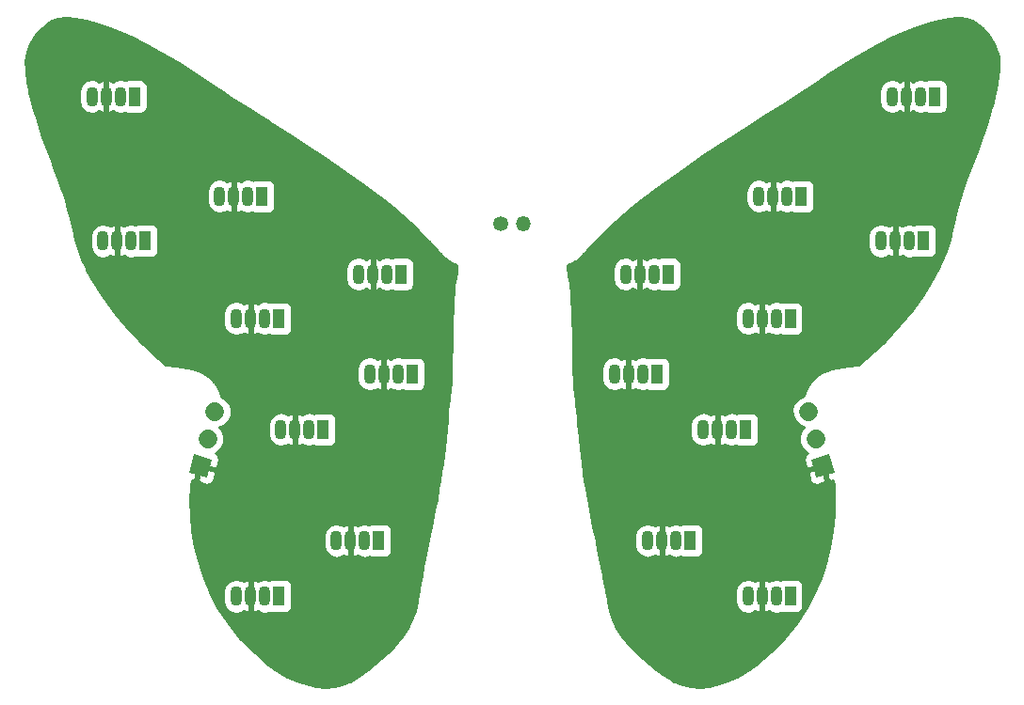
<source format=gbl>
G04 #@! TF.FileFunction,Copper,L2,Bot,Signal*
%FSLAX46Y46*%
G04 Gerber Fmt 4.6, Leading zero omitted, Abs format (unit mm)*
G04 Created by KiCad (PCBNEW 4.0.7) date Monday, September 03, 2018 'PMt' 09:38:33 PM*
%MOMM*%
%LPD*%
G01*
G04 APERTURE LIST*
%ADD10C,0.100000*%
%ADD11R,1.070000X1.800000*%
%ADD12O,1.070000X1.800000*%
%ADD13C,1.350000*%
%ADD14O,1.350000X1.350000*%
%ADD15C,1.700000*%
%ADD16C,0.254000*%
G04 APERTURE END LIST*
D10*
D11*
X114053006Y-98725640D03*
D12*
X112783006Y-98725640D03*
X111513006Y-98725640D03*
X110243006Y-98725640D03*
D11*
X126053006Y-91725640D03*
D12*
X124783006Y-91725640D03*
X123513006Y-91725640D03*
X122243006Y-91725640D03*
D11*
X138053006Y-82725640D03*
D12*
X136783006Y-82725640D03*
X135513006Y-82725640D03*
X134243006Y-82725640D03*
D11*
X113053006Y-107725640D03*
D12*
X111783006Y-107725640D03*
X110513006Y-107725640D03*
X109243006Y-107725640D03*
D11*
X125053006Y-102725640D03*
D12*
X123783006Y-102725640D03*
X122513006Y-102725640D03*
X121243006Y-102725640D03*
D11*
X137053006Y-95725640D03*
D12*
X135783006Y-95725640D03*
X134513006Y-95725640D03*
X133243006Y-95725640D03*
D11*
X121053006Y-112725640D03*
D12*
X119783006Y-112725640D03*
X118513006Y-112725640D03*
X117243006Y-112725640D03*
D11*
X125053006Y-127725640D03*
D12*
X123783006Y-127725640D03*
X122513006Y-127725640D03*
X121243006Y-127725640D03*
D11*
X116053006Y-122725640D03*
D12*
X114783006Y-122725640D03*
X113513006Y-122725640D03*
X112243006Y-122725640D03*
D11*
X90053006Y-98725640D03*
D12*
X88783006Y-98725640D03*
X87513006Y-98725640D03*
X86243006Y-98725640D03*
D11*
X77553006Y-91725640D03*
D12*
X76283006Y-91725640D03*
X75013006Y-91725640D03*
X73743006Y-91725640D03*
D11*
X66053006Y-82725640D03*
D12*
X64783006Y-82725640D03*
X63513006Y-82725640D03*
X62243006Y-82725640D03*
D11*
X91053006Y-107725640D03*
D12*
X89783006Y-107725640D03*
X88513006Y-107725640D03*
X87243006Y-107725640D03*
D11*
X79053006Y-102725640D03*
D12*
X77783006Y-102725640D03*
X76513006Y-102725640D03*
X75243006Y-102725640D03*
D11*
X67053006Y-95725640D03*
D12*
X65783006Y-95725640D03*
X64513006Y-95725640D03*
X63243006Y-95725640D03*
D11*
X83053006Y-112725640D03*
D12*
X81783006Y-112725640D03*
X80513006Y-112725640D03*
X79243006Y-112725640D03*
D11*
X79053006Y-127725640D03*
D12*
X77783006Y-127725640D03*
X76513006Y-127725640D03*
X75243006Y-127725640D03*
D11*
X88053006Y-122725640D03*
D12*
X86783006Y-122725640D03*
X85513006Y-122725640D03*
X84243006Y-122725640D03*
D13*
X99053006Y-94225640D03*
D14*
X101053006Y-94225640D03*
D10*
G36*
X128601041Y-114958967D02*
X129041033Y-116601041D01*
X127398959Y-117041033D01*
X126958967Y-115398959D01*
X128601041Y-114958967D01*
X128601041Y-114958967D01*
G37*
D15*
X127342600Y-113546548D02*
X127342600Y-113546548D01*
X126685199Y-111093097D02*
X126685199Y-111093097D01*
D10*
G36*
X73041033Y-115398959D02*
X72601041Y-117041033D01*
X70958967Y-116601041D01*
X71398959Y-114958967D01*
X73041033Y-115398959D01*
X73041033Y-115398959D01*
G37*
D15*
X72657400Y-113546548D02*
X72657400Y-113546548D01*
X73314801Y-111093097D02*
X73314801Y-111093097D01*
D16*
G36*
X140746838Y-75689863D02*
X140968436Y-75728049D01*
X141189760Y-75806228D01*
X141477726Y-75941058D01*
X141726528Y-76075477D01*
X142356893Y-76542147D01*
X142892423Y-77137363D01*
X143328919Y-77858401D01*
X143487044Y-78200256D01*
X143662798Y-78674944D01*
X143767720Y-79134617D01*
X143809131Y-79627464D01*
X143791884Y-80200275D01*
X143720149Y-80897778D01*
X143716781Y-80924403D01*
X143633962Y-81512892D01*
X143534678Y-82088938D01*
X143413383Y-82672131D01*
X143264544Y-83281542D01*
X143082634Y-83935985D01*
X142862111Y-84654243D01*
X142597490Y-85454892D01*
X142283320Y-86356449D01*
X141914183Y-87377377D01*
X141484576Y-88536403D01*
X141272211Y-89107901D01*
X141271863Y-89108849D01*
X140871892Y-90212014D01*
X140871285Y-90213729D01*
X140531046Y-91195809D01*
X140530277Y-91198098D01*
X140242893Y-92081594D01*
X140241986Y-92084499D01*
X140000578Y-92891912D01*
X139999596Y-92895373D01*
X139797288Y-93649202D01*
X139796325Y-93653028D01*
X139626239Y-94375775D01*
X139625393Y-94379641D01*
X139480651Y-95093806D01*
X139480584Y-95094137D01*
X139456393Y-95215150D01*
X139287869Y-95864143D01*
X139042266Y-96602084D01*
X138734161Y-97387623D01*
X138378961Y-98177480D01*
X137914568Y-99078517D01*
X137026658Y-100541884D01*
X135981360Y-101993584D01*
X134784892Y-103425754D01*
X133444173Y-104829508D01*
X131964779Y-106197284D01*
X131219915Y-106845969D01*
X130210892Y-106993519D01*
X130209867Y-106993674D01*
X129855254Y-107048489D01*
X129851008Y-107049219D01*
X129167056Y-107178837D01*
X129158506Y-107180765D01*
X128595483Y-107328321D01*
X128583791Y-107331997D01*
X128108306Y-107507107D01*
X128095053Y-107512863D01*
X127673715Y-107725140D01*
X127660644Y-107732733D01*
X127382208Y-107917467D01*
X127364531Y-107931618D01*
X126887086Y-108389354D01*
X126868917Y-108411168D01*
X126505045Y-108963577D01*
X126492539Y-108987925D01*
X126255692Y-109604934D01*
X126248624Y-109631865D01*
X126241244Y-109681763D01*
X125753083Y-109922500D01*
X125371046Y-110358131D01*
X125184801Y-110906800D01*
X125222698Y-111484978D01*
X125478970Y-112004641D01*
X125914601Y-112386678D01*
X126289480Y-112513930D01*
X126028447Y-112811582D01*
X125842202Y-113360251D01*
X125880099Y-113938429D01*
X126136371Y-114458092D01*
X126572002Y-114840129D01*
X126622021Y-114857108D01*
X126472196Y-114972072D01*
X126345886Y-115190846D01*
X126312913Y-115441303D01*
X126378295Y-115685314D01*
X126491643Y-116108333D01*
X126686071Y-116220586D01*
X127844457Y-115910197D01*
X127839281Y-115890879D01*
X128084627Y-115825138D01*
X128089803Y-115844457D01*
X128109121Y-115839281D01*
X128174862Y-116084627D01*
X128155543Y-116089803D01*
X128465931Y-117248189D01*
X128660360Y-117360442D01*
X128892196Y-117298322D01*
X128954807Y-117756396D01*
X129013585Y-119162837D01*
X128977325Y-120342781D01*
X128830033Y-121852427D01*
X128576211Y-123345165D01*
X128223068Y-124787689D01*
X127778016Y-126146198D01*
X127248448Y-127387474D01*
X126543999Y-128694427D01*
X125593789Y-130135457D01*
X124508970Y-131488472D01*
X123301356Y-132738943D01*
X121982223Y-133872741D01*
X121367988Y-134321903D01*
X120291969Y-134966031D01*
X119189424Y-135448329D01*
X118048297Y-135774689D01*
X117697987Y-135837466D01*
X116891138Y-135897868D01*
X116095983Y-135850395D01*
X115354880Y-135699918D01*
X114707081Y-135450457D01*
X114594875Y-135390783D01*
X114140989Y-135112349D01*
X113607800Y-134741128D01*
X113024257Y-134300538D01*
X112420304Y-133814928D01*
X111825492Y-133308492D01*
X111269169Y-132805340D01*
X110781073Y-132330055D01*
X110390392Y-131906970D01*
X109941585Y-131347509D01*
X109455243Y-130612861D01*
X109092958Y-129870737D01*
X108833284Y-129076274D01*
X108656114Y-128181896D01*
X108632041Y-128030500D01*
X108631735Y-128028663D01*
X108567057Y-127657113D01*
X108566869Y-127656055D01*
X108507368Y-127330568D01*
X120073006Y-127330568D01*
X120073006Y-128120712D01*
X120162067Y-128568452D01*
X120415691Y-128948027D01*
X120795266Y-129201651D01*
X121243006Y-129290712D01*
X121690746Y-129201651D01*
X121893772Y-129065994D01*
X122205623Y-129219540D01*
X122386006Y-129093884D01*
X122386006Y-128256450D01*
X122413006Y-128120712D01*
X122413006Y-127330568D01*
X122613006Y-127330568D01*
X122613006Y-128120712D01*
X122640006Y-128256450D01*
X122640006Y-129093884D01*
X122820389Y-129219540D01*
X123132240Y-129065994D01*
X123335266Y-129201651D01*
X123783006Y-129290712D01*
X124230746Y-129201651D01*
X124233519Y-129199798D01*
X124266116Y-129222071D01*
X124518006Y-129273080D01*
X125588006Y-129273080D01*
X125823323Y-129228802D01*
X126039447Y-129089730D01*
X126184437Y-128877530D01*
X126235446Y-128625640D01*
X126235446Y-126825640D01*
X126191168Y-126590323D01*
X126052096Y-126374199D01*
X125839896Y-126229209D01*
X125588006Y-126178200D01*
X124518006Y-126178200D01*
X124282689Y-126222478D01*
X124235529Y-126252825D01*
X124230746Y-126249629D01*
X123783006Y-126160568D01*
X123335266Y-126249629D01*
X123132240Y-126385286D01*
X122820389Y-126231740D01*
X122640006Y-126357396D01*
X122640006Y-127194830D01*
X122613006Y-127330568D01*
X122413006Y-127330568D01*
X122386006Y-127194830D01*
X122386006Y-126357396D01*
X122205623Y-126231740D01*
X121893772Y-126385286D01*
X121690746Y-126249629D01*
X121243006Y-126160568D01*
X120795266Y-126249629D01*
X120415691Y-126503253D01*
X120162067Y-126882828D01*
X120073006Y-127330568D01*
X108507368Y-127330568D01*
X108475209Y-127154655D01*
X108475096Y-127154045D01*
X108360714Y-126545162D01*
X108360632Y-126544733D01*
X108227788Y-125850737D01*
X108227721Y-125850389D01*
X108080674Y-125093649D01*
X108080612Y-125093333D01*
X107923622Y-124296219D01*
X107923560Y-124295905D01*
X107760886Y-123480785D01*
X107760876Y-123480737D01*
X107530876Y-122330568D01*
X111073006Y-122330568D01*
X111073006Y-123120712D01*
X111162067Y-123568452D01*
X111415691Y-123948027D01*
X111795266Y-124201651D01*
X112243006Y-124290712D01*
X112690746Y-124201651D01*
X112893772Y-124065994D01*
X113205623Y-124219540D01*
X113386006Y-124093884D01*
X113386006Y-123256450D01*
X113413006Y-123120712D01*
X113413006Y-122330568D01*
X113613006Y-122330568D01*
X113613006Y-123120712D01*
X113640006Y-123256450D01*
X113640006Y-124093884D01*
X113820389Y-124219540D01*
X114132240Y-124065994D01*
X114335266Y-124201651D01*
X114783006Y-124290712D01*
X115230746Y-124201651D01*
X115233519Y-124199798D01*
X115266116Y-124222071D01*
X115518006Y-124273080D01*
X116588006Y-124273080D01*
X116823323Y-124228802D01*
X117039447Y-124089730D01*
X117184437Y-123877530D01*
X117235446Y-123625640D01*
X117235446Y-121825640D01*
X117191168Y-121590323D01*
X117052096Y-121374199D01*
X116839896Y-121229209D01*
X116588006Y-121178200D01*
X115518006Y-121178200D01*
X115282689Y-121222478D01*
X115235529Y-121252825D01*
X115230746Y-121249629D01*
X114783006Y-121160568D01*
X114335266Y-121249629D01*
X114132240Y-121385286D01*
X113820389Y-121231740D01*
X113640006Y-121357396D01*
X113640006Y-122194830D01*
X113613006Y-122330568D01*
X113413006Y-122330568D01*
X113386006Y-122194830D01*
X113386006Y-121357396D01*
X113205623Y-121231740D01*
X112893772Y-121385286D01*
X112690746Y-121249629D01*
X112243006Y-121160568D01*
X111795266Y-121249629D01*
X111415691Y-121503253D01*
X111162067Y-121882828D01*
X111073006Y-122330568D01*
X107530876Y-122330568D01*
X107506064Y-122206492D01*
X107270086Y-121009636D01*
X107063687Y-119939070D01*
X106883893Y-118975484D01*
X106727469Y-118098239D01*
X106591326Y-117287439D01*
X106493716Y-116660360D01*
X126639558Y-116660360D01*
X126752905Y-117083378D01*
X126818288Y-117327389D01*
X126972072Y-117527805D01*
X127190847Y-117654114D01*
X127441304Y-117687087D01*
X128108333Y-117508357D01*
X128220586Y-117313929D01*
X127910197Y-116155543D01*
X126751811Y-116465931D01*
X126639558Y-116660360D01*
X106493716Y-116660360D01*
X106472335Y-116523003D01*
X106367361Y-115784788D01*
X106273261Y-115052560D01*
X106186895Y-114306031D01*
X106105164Y-113525208D01*
X106024963Y-112690100D01*
X105992633Y-112330568D01*
X116073006Y-112330568D01*
X116073006Y-113120712D01*
X116162067Y-113568452D01*
X116415691Y-113948027D01*
X116795266Y-114201651D01*
X117243006Y-114290712D01*
X117690746Y-114201651D01*
X117893772Y-114065994D01*
X118205623Y-114219540D01*
X118386006Y-114093884D01*
X118386006Y-113256450D01*
X118413006Y-113120712D01*
X118413006Y-112330568D01*
X118613006Y-112330568D01*
X118613006Y-113120712D01*
X118640006Y-113256450D01*
X118640006Y-114093884D01*
X118820389Y-114219540D01*
X119132240Y-114065994D01*
X119335266Y-114201651D01*
X119783006Y-114290712D01*
X120230746Y-114201651D01*
X120233519Y-114199798D01*
X120266116Y-114222071D01*
X120518006Y-114273080D01*
X121588006Y-114273080D01*
X121823323Y-114228802D01*
X122039447Y-114089730D01*
X122184437Y-113877530D01*
X122235446Y-113625640D01*
X122235446Y-111825640D01*
X122191168Y-111590323D01*
X122052096Y-111374199D01*
X121839896Y-111229209D01*
X121588006Y-111178200D01*
X120518006Y-111178200D01*
X120282689Y-111222478D01*
X120235529Y-111252825D01*
X120230746Y-111249629D01*
X119783006Y-111160568D01*
X119335266Y-111249629D01*
X119132240Y-111385286D01*
X118820389Y-111231740D01*
X118640006Y-111357396D01*
X118640006Y-112194830D01*
X118613006Y-112330568D01*
X118413006Y-112330568D01*
X118386006Y-112194830D01*
X118386006Y-111357396D01*
X118205623Y-111231740D01*
X117893772Y-111385286D01*
X117690746Y-111249629D01*
X117243006Y-111160568D01*
X116795266Y-111249629D01*
X116415691Y-111503253D01*
X116162067Y-111882828D01*
X116073006Y-112330568D01*
X105992633Y-112330568D01*
X105943116Y-111779930D01*
X105930342Y-111635359D01*
X105930302Y-111634918D01*
X105873495Y-111016537D01*
X105873423Y-111015773D01*
X105818545Y-110455577D01*
X105818452Y-110454658D01*
X105767912Y-109974761D01*
X105767764Y-109973426D01*
X105723969Y-109595941D01*
X105723641Y-109593346D01*
X105689000Y-109340389D01*
X105687283Y-109330676D01*
X105664786Y-109227052D01*
X105652701Y-109156879D01*
X105635606Y-108931765D01*
X105616961Y-108568953D01*
X105597953Y-108092856D01*
X105579400Y-107523864D01*
X105574190Y-107330568D01*
X108073006Y-107330568D01*
X108073006Y-108120712D01*
X108162067Y-108568452D01*
X108415691Y-108948027D01*
X108795266Y-109201651D01*
X109243006Y-109290712D01*
X109690746Y-109201651D01*
X109893772Y-109065994D01*
X110205623Y-109219540D01*
X110386006Y-109093884D01*
X110386006Y-108256450D01*
X110413006Y-108120712D01*
X110413006Y-107330568D01*
X110613006Y-107330568D01*
X110613006Y-108120712D01*
X110640006Y-108256450D01*
X110640006Y-109093884D01*
X110820389Y-109219540D01*
X111132240Y-109065994D01*
X111335266Y-109201651D01*
X111783006Y-109290712D01*
X112230746Y-109201651D01*
X112233519Y-109199798D01*
X112266116Y-109222071D01*
X112518006Y-109273080D01*
X113588006Y-109273080D01*
X113823323Y-109228802D01*
X114039447Y-109089730D01*
X114184437Y-108877530D01*
X114235446Y-108625640D01*
X114235446Y-106825640D01*
X114191168Y-106590323D01*
X114052096Y-106374199D01*
X113839896Y-106229209D01*
X113588006Y-106178200D01*
X112518006Y-106178200D01*
X112282689Y-106222478D01*
X112235529Y-106252825D01*
X112230746Y-106249629D01*
X111783006Y-106160568D01*
X111335266Y-106249629D01*
X111132240Y-106385286D01*
X110820389Y-106231740D01*
X110640006Y-106357396D01*
X110640006Y-107194830D01*
X110613006Y-107330568D01*
X110413006Y-107330568D01*
X110386006Y-107194830D01*
X110386006Y-106357396D01*
X110205623Y-106231740D01*
X109893772Y-106385286D01*
X109690746Y-106249629D01*
X109243006Y-106160568D01*
X108795266Y-106249629D01*
X108415691Y-106503253D01*
X108162067Y-106882828D01*
X108073006Y-107330568D01*
X105574190Y-107330568D01*
X105562112Y-106882469D01*
X105546876Y-106188682D01*
X105529653Y-105355474D01*
X105529643Y-105355029D01*
X105497593Y-104029709D01*
X105497573Y-104028989D01*
X105462883Y-102867127D01*
X105462851Y-102866166D01*
X105442799Y-102330568D01*
X120073006Y-102330568D01*
X120073006Y-103120712D01*
X120162067Y-103568452D01*
X120415691Y-103948027D01*
X120795266Y-104201651D01*
X121243006Y-104290712D01*
X121690746Y-104201651D01*
X121893772Y-104065994D01*
X122205623Y-104219540D01*
X122386006Y-104093884D01*
X122386006Y-103256450D01*
X122413006Y-103120712D01*
X122413006Y-102330568D01*
X122613006Y-102330568D01*
X122613006Y-103120712D01*
X122640006Y-103256450D01*
X122640006Y-104093884D01*
X122820389Y-104219540D01*
X123132240Y-104065994D01*
X123335266Y-104201651D01*
X123783006Y-104290712D01*
X124230746Y-104201651D01*
X124233519Y-104199798D01*
X124266116Y-104222071D01*
X124518006Y-104273080D01*
X125588006Y-104273080D01*
X125823323Y-104228802D01*
X126039447Y-104089730D01*
X126184437Y-103877530D01*
X126235446Y-103625640D01*
X126235446Y-101825640D01*
X126191168Y-101590323D01*
X126052096Y-101374199D01*
X125839896Y-101229209D01*
X125588006Y-101178200D01*
X124518006Y-101178200D01*
X124282689Y-101222478D01*
X124235529Y-101252825D01*
X124230746Y-101249629D01*
X123783006Y-101160568D01*
X123335266Y-101249629D01*
X123132240Y-101385286D01*
X122820389Y-101231740D01*
X122640006Y-101357396D01*
X122640006Y-102194830D01*
X122613006Y-102330568D01*
X122413006Y-102330568D01*
X122386006Y-102194830D01*
X122386006Y-101357396D01*
X122205623Y-101231740D01*
X121893772Y-101385286D01*
X121690746Y-101249629D01*
X121243006Y-101160568D01*
X120795266Y-101249629D01*
X120415691Y-101503253D01*
X120162067Y-101882828D01*
X120073006Y-102330568D01*
X105442799Y-102330568D01*
X105425332Y-101864036D01*
X105425276Y-101862710D01*
X105384739Y-101016585D01*
X105384632Y-101014671D01*
X105340889Y-100320823D01*
X105340669Y-100317876D01*
X105293531Y-99772578D01*
X105292996Y-99767558D01*
X105242274Y-99367085D01*
X105240567Y-99356930D01*
X105186072Y-99097555D01*
X105184742Y-99091876D01*
X105144935Y-98937920D01*
X105079215Y-98565402D01*
X105061207Y-98330568D01*
X109073006Y-98330568D01*
X109073006Y-99120712D01*
X109162067Y-99568452D01*
X109415691Y-99948027D01*
X109795266Y-100201651D01*
X110243006Y-100290712D01*
X110690746Y-100201651D01*
X110893772Y-100065994D01*
X111205623Y-100219540D01*
X111386006Y-100093884D01*
X111386006Y-99256450D01*
X111413006Y-99120712D01*
X111413006Y-98330568D01*
X111613006Y-98330568D01*
X111613006Y-99120712D01*
X111640006Y-99256450D01*
X111640006Y-100093884D01*
X111820389Y-100219540D01*
X112132240Y-100065994D01*
X112335266Y-100201651D01*
X112783006Y-100290712D01*
X113230746Y-100201651D01*
X113233519Y-100199798D01*
X113266116Y-100222071D01*
X113518006Y-100273080D01*
X114588006Y-100273080D01*
X114823323Y-100228802D01*
X115039447Y-100089730D01*
X115184437Y-99877530D01*
X115235446Y-99625640D01*
X115235446Y-97825640D01*
X115191168Y-97590323D01*
X115052096Y-97374199D01*
X114839896Y-97229209D01*
X114588006Y-97178200D01*
X113518006Y-97178200D01*
X113282689Y-97222478D01*
X113235529Y-97252825D01*
X113230746Y-97249629D01*
X112783006Y-97160568D01*
X112335266Y-97249629D01*
X112132240Y-97385286D01*
X111820389Y-97231740D01*
X111640006Y-97357396D01*
X111640006Y-98194830D01*
X111613006Y-98330568D01*
X111413006Y-98330568D01*
X111386006Y-98194830D01*
X111386006Y-97357396D01*
X111205623Y-97231740D01*
X110893772Y-97385286D01*
X110690746Y-97249629D01*
X110243006Y-97160568D01*
X109795266Y-97249629D01*
X109415691Y-97503253D01*
X109162067Y-97882828D01*
X109073006Y-98330568D01*
X105061207Y-98330568D01*
X105053340Y-98227993D01*
X105053340Y-97882971D01*
X105459117Y-97714786D01*
X105466915Y-97711241D01*
X105744178Y-97573738D01*
X105761742Y-97563182D01*
X106113643Y-97310937D01*
X106127552Y-97299384D01*
X106509943Y-96932719D01*
X106514165Y-96928475D01*
X106553895Y-96886611D01*
X106830458Y-96595204D01*
X107176099Y-96231029D01*
X107550623Y-95836435D01*
X107913804Y-95453805D01*
X107930087Y-95436664D01*
X108033963Y-95330568D01*
X132073006Y-95330568D01*
X132073006Y-96120712D01*
X132162067Y-96568452D01*
X132415691Y-96948027D01*
X132795266Y-97201651D01*
X133243006Y-97290712D01*
X133690746Y-97201651D01*
X133893772Y-97065994D01*
X134205623Y-97219540D01*
X134386006Y-97093884D01*
X134386006Y-96256450D01*
X134413006Y-96120712D01*
X134413006Y-95330568D01*
X134613006Y-95330568D01*
X134613006Y-96120712D01*
X134640006Y-96256450D01*
X134640006Y-97093884D01*
X134820389Y-97219540D01*
X135132240Y-97065994D01*
X135335266Y-97201651D01*
X135783006Y-97290712D01*
X136230746Y-97201651D01*
X136233519Y-97199798D01*
X136266116Y-97222071D01*
X136518006Y-97273080D01*
X137588006Y-97273080D01*
X137823323Y-97228802D01*
X138039447Y-97089730D01*
X138184437Y-96877530D01*
X138235446Y-96625640D01*
X138235446Y-94825640D01*
X138191168Y-94590323D01*
X138052096Y-94374199D01*
X137839896Y-94229209D01*
X137588006Y-94178200D01*
X136518006Y-94178200D01*
X136282689Y-94222478D01*
X136235529Y-94252825D01*
X136230746Y-94249629D01*
X135783006Y-94160568D01*
X135335266Y-94249629D01*
X135132240Y-94385286D01*
X134820389Y-94231740D01*
X134640006Y-94357396D01*
X134640006Y-95194830D01*
X134613006Y-95330568D01*
X134413006Y-95330568D01*
X134386006Y-95194830D01*
X134386006Y-94357396D01*
X134205623Y-94231740D01*
X133893772Y-94385286D01*
X133690746Y-94249629D01*
X133243006Y-94160568D01*
X132795266Y-94249629D01*
X132415691Y-94503253D01*
X132162067Y-94882828D01*
X132073006Y-95330568D01*
X108033963Y-95330568D01*
X108574510Y-94778472D01*
X109255735Y-94122748D01*
X109983708Y-93461909D01*
X110767818Y-92788959D01*
X111617357Y-92096998D01*
X112541755Y-91379026D01*
X112606842Y-91330568D01*
X121073006Y-91330568D01*
X121073006Y-92120712D01*
X121162067Y-92568452D01*
X121415691Y-92948027D01*
X121795266Y-93201651D01*
X122243006Y-93290712D01*
X122690746Y-93201651D01*
X122893772Y-93065994D01*
X123205623Y-93219540D01*
X123386006Y-93093884D01*
X123386006Y-92256450D01*
X123413006Y-92120712D01*
X123413006Y-91330568D01*
X123613006Y-91330568D01*
X123613006Y-92120712D01*
X123640006Y-92256450D01*
X123640006Y-93093884D01*
X123820389Y-93219540D01*
X124132240Y-93065994D01*
X124335266Y-93201651D01*
X124783006Y-93290712D01*
X125230746Y-93201651D01*
X125233519Y-93199798D01*
X125266116Y-93222071D01*
X125518006Y-93273080D01*
X126588006Y-93273080D01*
X126823323Y-93228802D01*
X127039447Y-93089730D01*
X127184437Y-92877530D01*
X127235446Y-92625640D01*
X127235446Y-90825640D01*
X127191168Y-90590323D01*
X127052096Y-90374199D01*
X126839896Y-90229209D01*
X126588006Y-90178200D01*
X125518006Y-90178200D01*
X125282689Y-90222478D01*
X125235529Y-90252825D01*
X125230746Y-90249629D01*
X124783006Y-90160568D01*
X124335266Y-90249629D01*
X124132240Y-90385286D01*
X123820389Y-90231740D01*
X123640006Y-90357396D01*
X123640006Y-91194830D01*
X123613006Y-91330568D01*
X123413006Y-91330568D01*
X123386006Y-91194830D01*
X123386006Y-90357396D01*
X123205623Y-90231740D01*
X122893772Y-90385286D01*
X122690746Y-90249629D01*
X122243006Y-90160568D01*
X121795266Y-90249629D01*
X121415691Y-90503253D01*
X121162067Y-90882828D01*
X121073006Y-91330568D01*
X112606842Y-91330568D01*
X113550196Y-90628233D01*
X114652010Y-89837692D01*
X115856474Y-89000515D01*
X117172748Y-88109885D01*
X118610219Y-87158832D01*
X120178003Y-86140559D01*
X121885786Y-85047900D01*
X122120186Y-84898708D01*
X122120403Y-84898570D01*
X122910753Y-84393279D01*
X122911035Y-84393098D01*
X123732230Y-83865025D01*
X123732484Y-83864862D01*
X124555505Y-83332847D01*
X124555757Y-83332683D01*
X125351585Y-82815567D01*
X125351867Y-82815384D01*
X126091482Y-82332008D01*
X126091836Y-82331775D01*
X126093669Y-82330568D01*
X133073006Y-82330568D01*
X133073006Y-83120712D01*
X133162067Y-83568452D01*
X133415691Y-83948027D01*
X133795266Y-84201651D01*
X134243006Y-84290712D01*
X134690746Y-84201651D01*
X134893772Y-84065994D01*
X135205623Y-84219540D01*
X135386006Y-84093884D01*
X135386006Y-83256450D01*
X135413006Y-83120712D01*
X135413006Y-82330568D01*
X135613006Y-82330568D01*
X135613006Y-83120712D01*
X135640006Y-83256450D01*
X135640006Y-84093884D01*
X135820389Y-84219540D01*
X136132240Y-84065994D01*
X136335266Y-84201651D01*
X136783006Y-84290712D01*
X137230746Y-84201651D01*
X137233519Y-84199798D01*
X137266116Y-84222071D01*
X137518006Y-84273080D01*
X138588006Y-84273080D01*
X138823323Y-84228802D01*
X139039447Y-84089730D01*
X139184437Y-83877530D01*
X139235446Y-83625640D01*
X139235446Y-81825640D01*
X139191168Y-81590323D01*
X139052096Y-81374199D01*
X138839896Y-81229209D01*
X138588006Y-81178200D01*
X137518006Y-81178200D01*
X137282689Y-81222478D01*
X137235529Y-81252825D01*
X137230746Y-81249629D01*
X136783006Y-81160568D01*
X136335266Y-81249629D01*
X136132240Y-81385286D01*
X135820389Y-81231740D01*
X135640006Y-81357396D01*
X135640006Y-82194830D01*
X135613006Y-82330568D01*
X135413006Y-82330568D01*
X135386006Y-82194830D01*
X135386006Y-81357396D01*
X135205623Y-81231740D01*
X134893772Y-81385286D01*
X134690746Y-81249629D01*
X134243006Y-81160568D01*
X133795266Y-81249629D01*
X133415691Y-81503253D01*
X133162067Y-81882828D01*
X133073006Y-82330568D01*
X126093669Y-82330568D01*
X126746218Y-81900979D01*
X126746735Y-81900637D01*
X127286722Y-81541359D01*
X128518850Y-80727237D01*
X130080787Y-79735014D01*
X131536846Y-78859726D01*
X132893923Y-78098183D01*
X134158873Y-77447198D01*
X135338387Y-76903629D01*
X136439279Y-76464211D01*
X137468275Y-76125655D01*
X138432213Y-75884557D01*
X139337984Y-75737438D01*
X140195660Y-75680556D01*
X140451875Y-75678482D01*
X140746838Y-75689863D01*
X140746838Y-75689863D01*
G37*
X140746838Y-75689863D02*
X140968436Y-75728049D01*
X141189760Y-75806228D01*
X141477726Y-75941058D01*
X141726528Y-76075477D01*
X142356893Y-76542147D01*
X142892423Y-77137363D01*
X143328919Y-77858401D01*
X143487044Y-78200256D01*
X143662798Y-78674944D01*
X143767720Y-79134617D01*
X143809131Y-79627464D01*
X143791884Y-80200275D01*
X143720149Y-80897778D01*
X143716781Y-80924403D01*
X143633962Y-81512892D01*
X143534678Y-82088938D01*
X143413383Y-82672131D01*
X143264544Y-83281542D01*
X143082634Y-83935985D01*
X142862111Y-84654243D01*
X142597490Y-85454892D01*
X142283320Y-86356449D01*
X141914183Y-87377377D01*
X141484576Y-88536403D01*
X141272211Y-89107901D01*
X141271863Y-89108849D01*
X140871892Y-90212014D01*
X140871285Y-90213729D01*
X140531046Y-91195809D01*
X140530277Y-91198098D01*
X140242893Y-92081594D01*
X140241986Y-92084499D01*
X140000578Y-92891912D01*
X139999596Y-92895373D01*
X139797288Y-93649202D01*
X139796325Y-93653028D01*
X139626239Y-94375775D01*
X139625393Y-94379641D01*
X139480651Y-95093806D01*
X139480584Y-95094137D01*
X139456393Y-95215150D01*
X139287869Y-95864143D01*
X139042266Y-96602084D01*
X138734161Y-97387623D01*
X138378961Y-98177480D01*
X137914568Y-99078517D01*
X137026658Y-100541884D01*
X135981360Y-101993584D01*
X134784892Y-103425754D01*
X133444173Y-104829508D01*
X131964779Y-106197284D01*
X131219915Y-106845969D01*
X130210892Y-106993519D01*
X130209867Y-106993674D01*
X129855254Y-107048489D01*
X129851008Y-107049219D01*
X129167056Y-107178837D01*
X129158506Y-107180765D01*
X128595483Y-107328321D01*
X128583791Y-107331997D01*
X128108306Y-107507107D01*
X128095053Y-107512863D01*
X127673715Y-107725140D01*
X127660644Y-107732733D01*
X127382208Y-107917467D01*
X127364531Y-107931618D01*
X126887086Y-108389354D01*
X126868917Y-108411168D01*
X126505045Y-108963577D01*
X126492539Y-108987925D01*
X126255692Y-109604934D01*
X126248624Y-109631865D01*
X126241244Y-109681763D01*
X125753083Y-109922500D01*
X125371046Y-110358131D01*
X125184801Y-110906800D01*
X125222698Y-111484978D01*
X125478970Y-112004641D01*
X125914601Y-112386678D01*
X126289480Y-112513930D01*
X126028447Y-112811582D01*
X125842202Y-113360251D01*
X125880099Y-113938429D01*
X126136371Y-114458092D01*
X126572002Y-114840129D01*
X126622021Y-114857108D01*
X126472196Y-114972072D01*
X126345886Y-115190846D01*
X126312913Y-115441303D01*
X126378295Y-115685314D01*
X126491643Y-116108333D01*
X126686071Y-116220586D01*
X127844457Y-115910197D01*
X127839281Y-115890879D01*
X128084627Y-115825138D01*
X128089803Y-115844457D01*
X128109121Y-115839281D01*
X128174862Y-116084627D01*
X128155543Y-116089803D01*
X128465931Y-117248189D01*
X128660360Y-117360442D01*
X128892196Y-117298322D01*
X128954807Y-117756396D01*
X129013585Y-119162837D01*
X128977325Y-120342781D01*
X128830033Y-121852427D01*
X128576211Y-123345165D01*
X128223068Y-124787689D01*
X127778016Y-126146198D01*
X127248448Y-127387474D01*
X126543999Y-128694427D01*
X125593789Y-130135457D01*
X124508970Y-131488472D01*
X123301356Y-132738943D01*
X121982223Y-133872741D01*
X121367988Y-134321903D01*
X120291969Y-134966031D01*
X119189424Y-135448329D01*
X118048297Y-135774689D01*
X117697987Y-135837466D01*
X116891138Y-135897868D01*
X116095983Y-135850395D01*
X115354880Y-135699918D01*
X114707081Y-135450457D01*
X114594875Y-135390783D01*
X114140989Y-135112349D01*
X113607800Y-134741128D01*
X113024257Y-134300538D01*
X112420304Y-133814928D01*
X111825492Y-133308492D01*
X111269169Y-132805340D01*
X110781073Y-132330055D01*
X110390392Y-131906970D01*
X109941585Y-131347509D01*
X109455243Y-130612861D01*
X109092958Y-129870737D01*
X108833284Y-129076274D01*
X108656114Y-128181896D01*
X108632041Y-128030500D01*
X108631735Y-128028663D01*
X108567057Y-127657113D01*
X108566869Y-127656055D01*
X108507368Y-127330568D01*
X120073006Y-127330568D01*
X120073006Y-128120712D01*
X120162067Y-128568452D01*
X120415691Y-128948027D01*
X120795266Y-129201651D01*
X121243006Y-129290712D01*
X121690746Y-129201651D01*
X121893772Y-129065994D01*
X122205623Y-129219540D01*
X122386006Y-129093884D01*
X122386006Y-128256450D01*
X122413006Y-128120712D01*
X122413006Y-127330568D01*
X122613006Y-127330568D01*
X122613006Y-128120712D01*
X122640006Y-128256450D01*
X122640006Y-129093884D01*
X122820389Y-129219540D01*
X123132240Y-129065994D01*
X123335266Y-129201651D01*
X123783006Y-129290712D01*
X124230746Y-129201651D01*
X124233519Y-129199798D01*
X124266116Y-129222071D01*
X124518006Y-129273080D01*
X125588006Y-129273080D01*
X125823323Y-129228802D01*
X126039447Y-129089730D01*
X126184437Y-128877530D01*
X126235446Y-128625640D01*
X126235446Y-126825640D01*
X126191168Y-126590323D01*
X126052096Y-126374199D01*
X125839896Y-126229209D01*
X125588006Y-126178200D01*
X124518006Y-126178200D01*
X124282689Y-126222478D01*
X124235529Y-126252825D01*
X124230746Y-126249629D01*
X123783006Y-126160568D01*
X123335266Y-126249629D01*
X123132240Y-126385286D01*
X122820389Y-126231740D01*
X122640006Y-126357396D01*
X122640006Y-127194830D01*
X122613006Y-127330568D01*
X122413006Y-127330568D01*
X122386006Y-127194830D01*
X122386006Y-126357396D01*
X122205623Y-126231740D01*
X121893772Y-126385286D01*
X121690746Y-126249629D01*
X121243006Y-126160568D01*
X120795266Y-126249629D01*
X120415691Y-126503253D01*
X120162067Y-126882828D01*
X120073006Y-127330568D01*
X108507368Y-127330568D01*
X108475209Y-127154655D01*
X108475096Y-127154045D01*
X108360714Y-126545162D01*
X108360632Y-126544733D01*
X108227788Y-125850737D01*
X108227721Y-125850389D01*
X108080674Y-125093649D01*
X108080612Y-125093333D01*
X107923622Y-124296219D01*
X107923560Y-124295905D01*
X107760886Y-123480785D01*
X107760876Y-123480737D01*
X107530876Y-122330568D01*
X111073006Y-122330568D01*
X111073006Y-123120712D01*
X111162067Y-123568452D01*
X111415691Y-123948027D01*
X111795266Y-124201651D01*
X112243006Y-124290712D01*
X112690746Y-124201651D01*
X112893772Y-124065994D01*
X113205623Y-124219540D01*
X113386006Y-124093884D01*
X113386006Y-123256450D01*
X113413006Y-123120712D01*
X113413006Y-122330568D01*
X113613006Y-122330568D01*
X113613006Y-123120712D01*
X113640006Y-123256450D01*
X113640006Y-124093884D01*
X113820389Y-124219540D01*
X114132240Y-124065994D01*
X114335266Y-124201651D01*
X114783006Y-124290712D01*
X115230746Y-124201651D01*
X115233519Y-124199798D01*
X115266116Y-124222071D01*
X115518006Y-124273080D01*
X116588006Y-124273080D01*
X116823323Y-124228802D01*
X117039447Y-124089730D01*
X117184437Y-123877530D01*
X117235446Y-123625640D01*
X117235446Y-121825640D01*
X117191168Y-121590323D01*
X117052096Y-121374199D01*
X116839896Y-121229209D01*
X116588006Y-121178200D01*
X115518006Y-121178200D01*
X115282689Y-121222478D01*
X115235529Y-121252825D01*
X115230746Y-121249629D01*
X114783006Y-121160568D01*
X114335266Y-121249629D01*
X114132240Y-121385286D01*
X113820389Y-121231740D01*
X113640006Y-121357396D01*
X113640006Y-122194830D01*
X113613006Y-122330568D01*
X113413006Y-122330568D01*
X113386006Y-122194830D01*
X113386006Y-121357396D01*
X113205623Y-121231740D01*
X112893772Y-121385286D01*
X112690746Y-121249629D01*
X112243006Y-121160568D01*
X111795266Y-121249629D01*
X111415691Y-121503253D01*
X111162067Y-121882828D01*
X111073006Y-122330568D01*
X107530876Y-122330568D01*
X107506064Y-122206492D01*
X107270086Y-121009636D01*
X107063687Y-119939070D01*
X106883893Y-118975484D01*
X106727469Y-118098239D01*
X106591326Y-117287439D01*
X106493716Y-116660360D01*
X126639558Y-116660360D01*
X126752905Y-117083378D01*
X126818288Y-117327389D01*
X126972072Y-117527805D01*
X127190847Y-117654114D01*
X127441304Y-117687087D01*
X128108333Y-117508357D01*
X128220586Y-117313929D01*
X127910197Y-116155543D01*
X126751811Y-116465931D01*
X126639558Y-116660360D01*
X106493716Y-116660360D01*
X106472335Y-116523003D01*
X106367361Y-115784788D01*
X106273261Y-115052560D01*
X106186895Y-114306031D01*
X106105164Y-113525208D01*
X106024963Y-112690100D01*
X105992633Y-112330568D01*
X116073006Y-112330568D01*
X116073006Y-113120712D01*
X116162067Y-113568452D01*
X116415691Y-113948027D01*
X116795266Y-114201651D01*
X117243006Y-114290712D01*
X117690746Y-114201651D01*
X117893772Y-114065994D01*
X118205623Y-114219540D01*
X118386006Y-114093884D01*
X118386006Y-113256450D01*
X118413006Y-113120712D01*
X118413006Y-112330568D01*
X118613006Y-112330568D01*
X118613006Y-113120712D01*
X118640006Y-113256450D01*
X118640006Y-114093884D01*
X118820389Y-114219540D01*
X119132240Y-114065994D01*
X119335266Y-114201651D01*
X119783006Y-114290712D01*
X120230746Y-114201651D01*
X120233519Y-114199798D01*
X120266116Y-114222071D01*
X120518006Y-114273080D01*
X121588006Y-114273080D01*
X121823323Y-114228802D01*
X122039447Y-114089730D01*
X122184437Y-113877530D01*
X122235446Y-113625640D01*
X122235446Y-111825640D01*
X122191168Y-111590323D01*
X122052096Y-111374199D01*
X121839896Y-111229209D01*
X121588006Y-111178200D01*
X120518006Y-111178200D01*
X120282689Y-111222478D01*
X120235529Y-111252825D01*
X120230746Y-111249629D01*
X119783006Y-111160568D01*
X119335266Y-111249629D01*
X119132240Y-111385286D01*
X118820389Y-111231740D01*
X118640006Y-111357396D01*
X118640006Y-112194830D01*
X118613006Y-112330568D01*
X118413006Y-112330568D01*
X118386006Y-112194830D01*
X118386006Y-111357396D01*
X118205623Y-111231740D01*
X117893772Y-111385286D01*
X117690746Y-111249629D01*
X117243006Y-111160568D01*
X116795266Y-111249629D01*
X116415691Y-111503253D01*
X116162067Y-111882828D01*
X116073006Y-112330568D01*
X105992633Y-112330568D01*
X105943116Y-111779930D01*
X105930342Y-111635359D01*
X105930302Y-111634918D01*
X105873495Y-111016537D01*
X105873423Y-111015773D01*
X105818545Y-110455577D01*
X105818452Y-110454658D01*
X105767912Y-109974761D01*
X105767764Y-109973426D01*
X105723969Y-109595941D01*
X105723641Y-109593346D01*
X105689000Y-109340389D01*
X105687283Y-109330676D01*
X105664786Y-109227052D01*
X105652701Y-109156879D01*
X105635606Y-108931765D01*
X105616961Y-108568953D01*
X105597953Y-108092856D01*
X105579400Y-107523864D01*
X105574190Y-107330568D01*
X108073006Y-107330568D01*
X108073006Y-108120712D01*
X108162067Y-108568452D01*
X108415691Y-108948027D01*
X108795266Y-109201651D01*
X109243006Y-109290712D01*
X109690746Y-109201651D01*
X109893772Y-109065994D01*
X110205623Y-109219540D01*
X110386006Y-109093884D01*
X110386006Y-108256450D01*
X110413006Y-108120712D01*
X110413006Y-107330568D01*
X110613006Y-107330568D01*
X110613006Y-108120712D01*
X110640006Y-108256450D01*
X110640006Y-109093884D01*
X110820389Y-109219540D01*
X111132240Y-109065994D01*
X111335266Y-109201651D01*
X111783006Y-109290712D01*
X112230746Y-109201651D01*
X112233519Y-109199798D01*
X112266116Y-109222071D01*
X112518006Y-109273080D01*
X113588006Y-109273080D01*
X113823323Y-109228802D01*
X114039447Y-109089730D01*
X114184437Y-108877530D01*
X114235446Y-108625640D01*
X114235446Y-106825640D01*
X114191168Y-106590323D01*
X114052096Y-106374199D01*
X113839896Y-106229209D01*
X113588006Y-106178200D01*
X112518006Y-106178200D01*
X112282689Y-106222478D01*
X112235529Y-106252825D01*
X112230746Y-106249629D01*
X111783006Y-106160568D01*
X111335266Y-106249629D01*
X111132240Y-106385286D01*
X110820389Y-106231740D01*
X110640006Y-106357396D01*
X110640006Y-107194830D01*
X110613006Y-107330568D01*
X110413006Y-107330568D01*
X110386006Y-107194830D01*
X110386006Y-106357396D01*
X110205623Y-106231740D01*
X109893772Y-106385286D01*
X109690746Y-106249629D01*
X109243006Y-106160568D01*
X108795266Y-106249629D01*
X108415691Y-106503253D01*
X108162067Y-106882828D01*
X108073006Y-107330568D01*
X105574190Y-107330568D01*
X105562112Y-106882469D01*
X105546876Y-106188682D01*
X105529653Y-105355474D01*
X105529643Y-105355029D01*
X105497593Y-104029709D01*
X105497573Y-104028989D01*
X105462883Y-102867127D01*
X105462851Y-102866166D01*
X105442799Y-102330568D01*
X120073006Y-102330568D01*
X120073006Y-103120712D01*
X120162067Y-103568452D01*
X120415691Y-103948027D01*
X120795266Y-104201651D01*
X121243006Y-104290712D01*
X121690746Y-104201651D01*
X121893772Y-104065994D01*
X122205623Y-104219540D01*
X122386006Y-104093884D01*
X122386006Y-103256450D01*
X122413006Y-103120712D01*
X122413006Y-102330568D01*
X122613006Y-102330568D01*
X122613006Y-103120712D01*
X122640006Y-103256450D01*
X122640006Y-104093884D01*
X122820389Y-104219540D01*
X123132240Y-104065994D01*
X123335266Y-104201651D01*
X123783006Y-104290712D01*
X124230746Y-104201651D01*
X124233519Y-104199798D01*
X124266116Y-104222071D01*
X124518006Y-104273080D01*
X125588006Y-104273080D01*
X125823323Y-104228802D01*
X126039447Y-104089730D01*
X126184437Y-103877530D01*
X126235446Y-103625640D01*
X126235446Y-101825640D01*
X126191168Y-101590323D01*
X126052096Y-101374199D01*
X125839896Y-101229209D01*
X125588006Y-101178200D01*
X124518006Y-101178200D01*
X124282689Y-101222478D01*
X124235529Y-101252825D01*
X124230746Y-101249629D01*
X123783006Y-101160568D01*
X123335266Y-101249629D01*
X123132240Y-101385286D01*
X122820389Y-101231740D01*
X122640006Y-101357396D01*
X122640006Y-102194830D01*
X122613006Y-102330568D01*
X122413006Y-102330568D01*
X122386006Y-102194830D01*
X122386006Y-101357396D01*
X122205623Y-101231740D01*
X121893772Y-101385286D01*
X121690746Y-101249629D01*
X121243006Y-101160568D01*
X120795266Y-101249629D01*
X120415691Y-101503253D01*
X120162067Y-101882828D01*
X120073006Y-102330568D01*
X105442799Y-102330568D01*
X105425332Y-101864036D01*
X105425276Y-101862710D01*
X105384739Y-101016585D01*
X105384632Y-101014671D01*
X105340889Y-100320823D01*
X105340669Y-100317876D01*
X105293531Y-99772578D01*
X105292996Y-99767558D01*
X105242274Y-99367085D01*
X105240567Y-99356930D01*
X105186072Y-99097555D01*
X105184742Y-99091876D01*
X105144935Y-98937920D01*
X105079215Y-98565402D01*
X105061207Y-98330568D01*
X109073006Y-98330568D01*
X109073006Y-99120712D01*
X109162067Y-99568452D01*
X109415691Y-99948027D01*
X109795266Y-100201651D01*
X110243006Y-100290712D01*
X110690746Y-100201651D01*
X110893772Y-100065994D01*
X111205623Y-100219540D01*
X111386006Y-100093884D01*
X111386006Y-99256450D01*
X111413006Y-99120712D01*
X111413006Y-98330568D01*
X111613006Y-98330568D01*
X111613006Y-99120712D01*
X111640006Y-99256450D01*
X111640006Y-100093884D01*
X111820389Y-100219540D01*
X112132240Y-100065994D01*
X112335266Y-100201651D01*
X112783006Y-100290712D01*
X113230746Y-100201651D01*
X113233519Y-100199798D01*
X113266116Y-100222071D01*
X113518006Y-100273080D01*
X114588006Y-100273080D01*
X114823323Y-100228802D01*
X115039447Y-100089730D01*
X115184437Y-99877530D01*
X115235446Y-99625640D01*
X115235446Y-97825640D01*
X115191168Y-97590323D01*
X115052096Y-97374199D01*
X114839896Y-97229209D01*
X114588006Y-97178200D01*
X113518006Y-97178200D01*
X113282689Y-97222478D01*
X113235529Y-97252825D01*
X113230746Y-97249629D01*
X112783006Y-97160568D01*
X112335266Y-97249629D01*
X112132240Y-97385286D01*
X111820389Y-97231740D01*
X111640006Y-97357396D01*
X111640006Y-98194830D01*
X111613006Y-98330568D01*
X111413006Y-98330568D01*
X111386006Y-98194830D01*
X111386006Y-97357396D01*
X111205623Y-97231740D01*
X110893772Y-97385286D01*
X110690746Y-97249629D01*
X110243006Y-97160568D01*
X109795266Y-97249629D01*
X109415691Y-97503253D01*
X109162067Y-97882828D01*
X109073006Y-98330568D01*
X105061207Y-98330568D01*
X105053340Y-98227993D01*
X105053340Y-97882971D01*
X105459117Y-97714786D01*
X105466915Y-97711241D01*
X105744178Y-97573738D01*
X105761742Y-97563182D01*
X106113643Y-97310937D01*
X106127552Y-97299384D01*
X106509943Y-96932719D01*
X106514165Y-96928475D01*
X106553895Y-96886611D01*
X106830458Y-96595204D01*
X107176099Y-96231029D01*
X107550623Y-95836435D01*
X107913804Y-95453805D01*
X107930087Y-95436664D01*
X108033963Y-95330568D01*
X132073006Y-95330568D01*
X132073006Y-96120712D01*
X132162067Y-96568452D01*
X132415691Y-96948027D01*
X132795266Y-97201651D01*
X133243006Y-97290712D01*
X133690746Y-97201651D01*
X133893772Y-97065994D01*
X134205623Y-97219540D01*
X134386006Y-97093884D01*
X134386006Y-96256450D01*
X134413006Y-96120712D01*
X134413006Y-95330568D01*
X134613006Y-95330568D01*
X134613006Y-96120712D01*
X134640006Y-96256450D01*
X134640006Y-97093884D01*
X134820389Y-97219540D01*
X135132240Y-97065994D01*
X135335266Y-97201651D01*
X135783006Y-97290712D01*
X136230746Y-97201651D01*
X136233519Y-97199798D01*
X136266116Y-97222071D01*
X136518006Y-97273080D01*
X137588006Y-97273080D01*
X137823323Y-97228802D01*
X138039447Y-97089730D01*
X138184437Y-96877530D01*
X138235446Y-96625640D01*
X138235446Y-94825640D01*
X138191168Y-94590323D01*
X138052096Y-94374199D01*
X137839896Y-94229209D01*
X137588006Y-94178200D01*
X136518006Y-94178200D01*
X136282689Y-94222478D01*
X136235529Y-94252825D01*
X136230746Y-94249629D01*
X135783006Y-94160568D01*
X135335266Y-94249629D01*
X135132240Y-94385286D01*
X134820389Y-94231740D01*
X134640006Y-94357396D01*
X134640006Y-95194830D01*
X134613006Y-95330568D01*
X134413006Y-95330568D01*
X134386006Y-95194830D01*
X134386006Y-94357396D01*
X134205623Y-94231740D01*
X133893772Y-94385286D01*
X133690746Y-94249629D01*
X133243006Y-94160568D01*
X132795266Y-94249629D01*
X132415691Y-94503253D01*
X132162067Y-94882828D01*
X132073006Y-95330568D01*
X108033963Y-95330568D01*
X108574510Y-94778472D01*
X109255735Y-94122748D01*
X109983708Y-93461909D01*
X110767818Y-92788959D01*
X111617357Y-92096998D01*
X112541755Y-91379026D01*
X112606842Y-91330568D01*
X121073006Y-91330568D01*
X121073006Y-92120712D01*
X121162067Y-92568452D01*
X121415691Y-92948027D01*
X121795266Y-93201651D01*
X122243006Y-93290712D01*
X122690746Y-93201651D01*
X122893772Y-93065994D01*
X123205623Y-93219540D01*
X123386006Y-93093884D01*
X123386006Y-92256450D01*
X123413006Y-92120712D01*
X123413006Y-91330568D01*
X123613006Y-91330568D01*
X123613006Y-92120712D01*
X123640006Y-92256450D01*
X123640006Y-93093884D01*
X123820389Y-93219540D01*
X124132240Y-93065994D01*
X124335266Y-93201651D01*
X124783006Y-93290712D01*
X125230746Y-93201651D01*
X125233519Y-93199798D01*
X125266116Y-93222071D01*
X125518006Y-93273080D01*
X126588006Y-93273080D01*
X126823323Y-93228802D01*
X127039447Y-93089730D01*
X127184437Y-92877530D01*
X127235446Y-92625640D01*
X127235446Y-90825640D01*
X127191168Y-90590323D01*
X127052096Y-90374199D01*
X126839896Y-90229209D01*
X126588006Y-90178200D01*
X125518006Y-90178200D01*
X125282689Y-90222478D01*
X125235529Y-90252825D01*
X125230746Y-90249629D01*
X124783006Y-90160568D01*
X124335266Y-90249629D01*
X124132240Y-90385286D01*
X123820389Y-90231740D01*
X123640006Y-90357396D01*
X123640006Y-91194830D01*
X123613006Y-91330568D01*
X123413006Y-91330568D01*
X123386006Y-91194830D01*
X123386006Y-90357396D01*
X123205623Y-90231740D01*
X122893772Y-90385286D01*
X122690746Y-90249629D01*
X122243006Y-90160568D01*
X121795266Y-90249629D01*
X121415691Y-90503253D01*
X121162067Y-90882828D01*
X121073006Y-91330568D01*
X112606842Y-91330568D01*
X113550196Y-90628233D01*
X114652010Y-89837692D01*
X115856474Y-89000515D01*
X117172748Y-88109885D01*
X118610219Y-87158832D01*
X120178003Y-86140559D01*
X121885786Y-85047900D01*
X122120186Y-84898708D01*
X122120403Y-84898570D01*
X122910753Y-84393279D01*
X122911035Y-84393098D01*
X123732230Y-83865025D01*
X123732484Y-83864862D01*
X124555505Y-83332847D01*
X124555757Y-83332683D01*
X125351585Y-82815567D01*
X125351867Y-82815384D01*
X126091482Y-82332008D01*
X126091836Y-82331775D01*
X126093669Y-82330568D01*
X133073006Y-82330568D01*
X133073006Y-83120712D01*
X133162067Y-83568452D01*
X133415691Y-83948027D01*
X133795266Y-84201651D01*
X134243006Y-84290712D01*
X134690746Y-84201651D01*
X134893772Y-84065994D01*
X135205623Y-84219540D01*
X135386006Y-84093884D01*
X135386006Y-83256450D01*
X135413006Y-83120712D01*
X135413006Y-82330568D01*
X135613006Y-82330568D01*
X135613006Y-83120712D01*
X135640006Y-83256450D01*
X135640006Y-84093884D01*
X135820389Y-84219540D01*
X136132240Y-84065994D01*
X136335266Y-84201651D01*
X136783006Y-84290712D01*
X137230746Y-84201651D01*
X137233519Y-84199798D01*
X137266116Y-84222071D01*
X137518006Y-84273080D01*
X138588006Y-84273080D01*
X138823323Y-84228802D01*
X139039447Y-84089730D01*
X139184437Y-83877530D01*
X139235446Y-83625640D01*
X139235446Y-81825640D01*
X139191168Y-81590323D01*
X139052096Y-81374199D01*
X138839896Y-81229209D01*
X138588006Y-81178200D01*
X137518006Y-81178200D01*
X137282689Y-81222478D01*
X137235529Y-81252825D01*
X137230746Y-81249629D01*
X136783006Y-81160568D01*
X136335266Y-81249629D01*
X136132240Y-81385286D01*
X135820389Y-81231740D01*
X135640006Y-81357396D01*
X135640006Y-82194830D01*
X135613006Y-82330568D01*
X135413006Y-82330568D01*
X135386006Y-82194830D01*
X135386006Y-81357396D01*
X135205623Y-81231740D01*
X134893772Y-81385286D01*
X134690746Y-81249629D01*
X134243006Y-81160568D01*
X133795266Y-81249629D01*
X133415691Y-81503253D01*
X133162067Y-81882828D01*
X133073006Y-82330568D01*
X126093669Y-82330568D01*
X126746218Y-81900979D01*
X126746735Y-81900637D01*
X127286722Y-81541359D01*
X128518850Y-80727237D01*
X130080787Y-79735014D01*
X131536846Y-78859726D01*
X132893923Y-78098183D01*
X134158873Y-77447198D01*
X135338387Y-76903629D01*
X136439279Y-76464211D01*
X137468275Y-76125655D01*
X138432213Y-75884557D01*
X139337984Y-75737438D01*
X140195660Y-75680556D01*
X140451875Y-75678482D01*
X140746838Y-75689863D01*
G36*
X59910352Y-75680556D02*
X60768028Y-75737438D01*
X61673799Y-75884557D01*
X62637737Y-76125655D01*
X63666733Y-76464211D01*
X64767625Y-76903629D01*
X65947139Y-77447198D01*
X67212089Y-78098183D01*
X68569166Y-78859726D01*
X70025225Y-79735014D01*
X71587162Y-80727237D01*
X72819290Y-81541359D01*
X73359277Y-81900637D01*
X73359794Y-81900979D01*
X74014176Y-82331775D01*
X74014530Y-82332008D01*
X74754145Y-82815384D01*
X74754427Y-82815567D01*
X75550255Y-83332683D01*
X75550507Y-83332847D01*
X76373528Y-83864862D01*
X76373782Y-83865025D01*
X77194977Y-84393098D01*
X77195259Y-84393279D01*
X77985609Y-84898570D01*
X77985826Y-84898708D01*
X78220226Y-85047900D01*
X79928009Y-86140559D01*
X81495793Y-87158832D01*
X82933264Y-88109885D01*
X84249538Y-89000515D01*
X85454002Y-89837692D01*
X86555816Y-90628233D01*
X87564257Y-91379026D01*
X88488655Y-92096998D01*
X89338194Y-92788959D01*
X90122304Y-93461909D01*
X90850277Y-94122748D01*
X91531502Y-94778472D01*
X92175925Y-95436664D01*
X92192171Y-95453766D01*
X92555387Y-95836433D01*
X92929912Y-96231028D01*
X93275552Y-96595202D01*
X93552115Y-96886609D01*
X93591847Y-96928475D01*
X93596069Y-96932719D01*
X93978460Y-97299384D01*
X93992369Y-97310937D01*
X94344270Y-97563182D01*
X94361834Y-97573738D01*
X94639097Y-97711241D01*
X94646895Y-97714786D01*
X95052672Y-97882971D01*
X95052672Y-98227993D01*
X95026797Y-98565402D01*
X94961077Y-98937920D01*
X94921270Y-99091876D01*
X94919940Y-99097555D01*
X94865445Y-99356930D01*
X94863738Y-99367085D01*
X94813016Y-99767558D01*
X94812481Y-99772578D01*
X94765343Y-100317876D01*
X94765123Y-100320823D01*
X94721380Y-101014671D01*
X94721273Y-101016585D01*
X94680736Y-101862710D01*
X94680680Y-101864036D01*
X94643161Y-102866166D01*
X94643129Y-102867127D01*
X94608439Y-104028989D01*
X94608419Y-104029709D01*
X94576369Y-105355029D01*
X94576359Y-105355474D01*
X94559136Y-106188682D01*
X94543900Y-106882469D01*
X94526612Y-107523864D01*
X94508059Y-108092856D01*
X94489051Y-108568953D01*
X94470406Y-108931765D01*
X94453311Y-109156879D01*
X94441226Y-109227052D01*
X94418729Y-109330676D01*
X94417012Y-109340389D01*
X94382371Y-109593346D01*
X94382043Y-109595941D01*
X94338248Y-109973426D01*
X94338100Y-109974761D01*
X94287560Y-110454658D01*
X94287467Y-110455577D01*
X94232589Y-111015773D01*
X94232517Y-111016537D01*
X94175710Y-111634918D01*
X94175670Y-111635359D01*
X94162896Y-111779930D01*
X94081049Y-112690100D01*
X94000848Y-113525208D01*
X93919117Y-114306031D01*
X93832751Y-115052560D01*
X93738651Y-115784788D01*
X93633677Y-116523003D01*
X93514686Y-117287439D01*
X93378543Y-118098239D01*
X93222119Y-118975484D01*
X93042325Y-119939070D01*
X92835926Y-121009636D01*
X92599948Y-122206492D01*
X92345136Y-123480737D01*
X92345126Y-123480785D01*
X92182452Y-124295905D01*
X92182390Y-124296219D01*
X92025400Y-125093333D01*
X92025338Y-125093649D01*
X91878291Y-125850389D01*
X91878224Y-125850737D01*
X91745380Y-126544733D01*
X91745298Y-126545162D01*
X91630916Y-127154045D01*
X91630803Y-127154655D01*
X91539143Y-127656055D01*
X91538955Y-127657113D01*
X91474277Y-128028663D01*
X91473971Y-128030500D01*
X91449898Y-128181896D01*
X91272728Y-129076274D01*
X91013054Y-129870737D01*
X90650769Y-130612861D01*
X90164427Y-131347509D01*
X89715620Y-131906970D01*
X89324939Y-132330055D01*
X88836843Y-132805340D01*
X88280520Y-133308492D01*
X87685708Y-133814928D01*
X87081755Y-134300538D01*
X86498212Y-134741128D01*
X85965023Y-135112349D01*
X85511137Y-135390783D01*
X85398931Y-135450457D01*
X84751132Y-135699918D01*
X84010029Y-135850395D01*
X83214874Y-135897868D01*
X82408025Y-135837466D01*
X82057715Y-135774689D01*
X80916588Y-135448329D01*
X79814043Y-134966031D01*
X78738024Y-134321903D01*
X78123789Y-133872741D01*
X76804656Y-132738943D01*
X75597042Y-131488472D01*
X74512223Y-130135457D01*
X73562013Y-128694427D01*
X72857564Y-127387474D01*
X72833287Y-127330568D01*
X74073006Y-127330568D01*
X74073006Y-128120712D01*
X74162067Y-128568452D01*
X74415691Y-128948027D01*
X74795266Y-129201651D01*
X75243006Y-129290712D01*
X75690746Y-129201651D01*
X75893772Y-129065994D01*
X76205623Y-129219540D01*
X76386006Y-129093884D01*
X76386006Y-128256450D01*
X76413006Y-128120712D01*
X76413006Y-127330568D01*
X76613006Y-127330568D01*
X76613006Y-128120712D01*
X76640006Y-128256450D01*
X76640006Y-129093884D01*
X76820389Y-129219540D01*
X77132240Y-129065994D01*
X77335266Y-129201651D01*
X77783006Y-129290712D01*
X78230746Y-129201651D01*
X78233519Y-129199798D01*
X78266116Y-129222071D01*
X78518006Y-129273080D01*
X79588006Y-129273080D01*
X79823323Y-129228802D01*
X80039447Y-129089730D01*
X80184437Y-128877530D01*
X80235446Y-128625640D01*
X80235446Y-126825640D01*
X80191168Y-126590323D01*
X80052096Y-126374199D01*
X79839896Y-126229209D01*
X79588006Y-126178200D01*
X78518006Y-126178200D01*
X78282689Y-126222478D01*
X78235529Y-126252825D01*
X78230746Y-126249629D01*
X77783006Y-126160568D01*
X77335266Y-126249629D01*
X77132240Y-126385286D01*
X76820389Y-126231740D01*
X76640006Y-126357396D01*
X76640006Y-127194830D01*
X76613006Y-127330568D01*
X76413006Y-127330568D01*
X76386006Y-127194830D01*
X76386006Y-126357396D01*
X76205623Y-126231740D01*
X75893772Y-126385286D01*
X75690746Y-126249629D01*
X75243006Y-126160568D01*
X74795266Y-126249629D01*
X74415691Y-126503253D01*
X74162067Y-126882828D01*
X74073006Y-127330568D01*
X72833287Y-127330568D01*
X72327996Y-126146198D01*
X71882944Y-124787689D01*
X71529801Y-123345165D01*
X71357282Y-122330568D01*
X83073006Y-122330568D01*
X83073006Y-123120712D01*
X83162067Y-123568452D01*
X83415691Y-123948027D01*
X83795266Y-124201651D01*
X84243006Y-124290712D01*
X84690746Y-124201651D01*
X84893772Y-124065994D01*
X85205623Y-124219540D01*
X85386006Y-124093884D01*
X85386006Y-123256450D01*
X85413006Y-123120712D01*
X85413006Y-122330568D01*
X85613006Y-122330568D01*
X85613006Y-123120712D01*
X85640006Y-123256450D01*
X85640006Y-124093884D01*
X85820389Y-124219540D01*
X86132240Y-124065994D01*
X86335266Y-124201651D01*
X86783006Y-124290712D01*
X87230746Y-124201651D01*
X87233519Y-124199798D01*
X87266116Y-124222071D01*
X87518006Y-124273080D01*
X88588006Y-124273080D01*
X88823323Y-124228802D01*
X89039447Y-124089730D01*
X89184437Y-123877530D01*
X89235446Y-123625640D01*
X89235446Y-121825640D01*
X89191168Y-121590323D01*
X89052096Y-121374199D01*
X88839896Y-121229209D01*
X88588006Y-121178200D01*
X87518006Y-121178200D01*
X87282689Y-121222478D01*
X87235529Y-121252825D01*
X87230746Y-121249629D01*
X86783006Y-121160568D01*
X86335266Y-121249629D01*
X86132240Y-121385286D01*
X85820389Y-121231740D01*
X85640006Y-121357396D01*
X85640006Y-122194830D01*
X85613006Y-122330568D01*
X85413006Y-122330568D01*
X85386006Y-122194830D01*
X85386006Y-121357396D01*
X85205623Y-121231740D01*
X84893772Y-121385286D01*
X84690746Y-121249629D01*
X84243006Y-121160568D01*
X83795266Y-121249629D01*
X83415691Y-121503253D01*
X83162067Y-121882828D01*
X83073006Y-122330568D01*
X71357282Y-122330568D01*
X71275979Y-121852427D01*
X71128687Y-120342781D01*
X71092427Y-119162837D01*
X71151205Y-117756396D01*
X71210070Y-117325724D01*
X71339640Y-117360442D01*
X71420203Y-117313929D01*
X71779414Y-117313929D01*
X71891667Y-117508357D01*
X72558696Y-117687087D01*
X72809153Y-117654114D01*
X73027928Y-117527805D01*
X73181712Y-117327389D01*
X73247095Y-117083378D01*
X73360442Y-116660360D01*
X73248189Y-116465931D01*
X72089803Y-116155543D01*
X71779414Y-117313929D01*
X71420203Y-117313929D01*
X71534069Y-117248189D01*
X71844457Y-116089803D01*
X71825138Y-116084627D01*
X71890879Y-115839281D01*
X71910197Y-115844457D01*
X71915373Y-115825138D01*
X72160719Y-115890879D01*
X72155543Y-115910197D01*
X73313929Y-116220586D01*
X73508357Y-116108333D01*
X73621705Y-115685314D01*
X73687087Y-115441303D01*
X73654114Y-115190846D01*
X73527804Y-114972072D01*
X73377979Y-114857108D01*
X73427999Y-114840129D01*
X73863629Y-114458092D01*
X74119901Y-113938429D01*
X74157798Y-113360251D01*
X73971553Y-112811582D01*
X73710521Y-112513930D01*
X74085400Y-112386678D01*
X74149381Y-112330568D01*
X78073006Y-112330568D01*
X78073006Y-113120712D01*
X78162067Y-113568452D01*
X78415691Y-113948027D01*
X78795266Y-114201651D01*
X79243006Y-114290712D01*
X79690746Y-114201651D01*
X79893772Y-114065994D01*
X80205623Y-114219540D01*
X80386006Y-114093884D01*
X80386006Y-113256450D01*
X80413006Y-113120712D01*
X80413006Y-112330568D01*
X80613006Y-112330568D01*
X80613006Y-113120712D01*
X80640006Y-113256450D01*
X80640006Y-114093884D01*
X80820389Y-114219540D01*
X81132240Y-114065994D01*
X81335266Y-114201651D01*
X81783006Y-114290712D01*
X82230746Y-114201651D01*
X82233519Y-114199798D01*
X82266116Y-114222071D01*
X82518006Y-114273080D01*
X83588006Y-114273080D01*
X83823323Y-114228802D01*
X84039447Y-114089730D01*
X84184437Y-113877530D01*
X84235446Y-113625640D01*
X84235446Y-111825640D01*
X84191168Y-111590323D01*
X84052096Y-111374199D01*
X83839896Y-111229209D01*
X83588006Y-111178200D01*
X82518006Y-111178200D01*
X82282689Y-111222478D01*
X82235529Y-111252825D01*
X82230746Y-111249629D01*
X81783006Y-111160568D01*
X81335266Y-111249629D01*
X81132240Y-111385286D01*
X80820389Y-111231740D01*
X80640006Y-111357396D01*
X80640006Y-112194830D01*
X80613006Y-112330568D01*
X80413006Y-112330568D01*
X80386006Y-112194830D01*
X80386006Y-111357396D01*
X80205623Y-111231740D01*
X79893772Y-111385286D01*
X79690746Y-111249629D01*
X79243006Y-111160568D01*
X78795266Y-111249629D01*
X78415691Y-111503253D01*
X78162067Y-111882828D01*
X78073006Y-112330568D01*
X74149381Y-112330568D01*
X74521030Y-112004641D01*
X74777302Y-111484978D01*
X74815199Y-110906800D01*
X74628954Y-110358131D01*
X74246918Y-109922500D01*
X73873109Y-109738157D01*
X73857388Y-109631865D01*
X73850320Y-109604934D01*
X73613473Y-108987925D01*
X73600967Y-108963577D01*
X73237095Y-108411168D01*
X73218926Y-108389354D01*
X72741481Y-107931618D01*
X72723804Y-107917467D01*
X72445368Y-107732733D01*
X72432297Y-107725140D01*
X72010959Y-107512863D01*
X71997706Y-107507107D01*
X71522221Y-107331997D01*
X71517676Y-107330568D01*
X86073006Y-107330568D01*
X86073006Y-108120712D01*
X86162067Y-108568452D01*
X86415691Y-108948027D01*
X86795266Y-109201651D01*
X87243006Y-109290712D01*
X87690746Y-109201651D01*
X87893772Y-109065994D01*
X88205623Y-109219540D01*
X88386006Y-109093884D01*
X88386006Y-108256450D01*
X88413006Y-108120712D01*
X88413006Y-107330568D01*
X88613006Y-107330568D01*
X88613006Y-108120712D01*
X88640006Y-108256450D01*
X88640006Y-109093884D01*
X88820389Y-109219540D01*
X89132240Y-109065994D01*
X89335266Y-109201651D01*
X89783006Y-109290712D01*
X90230746Y-109201651D01*
X90233519Y-109199798D01*
X90266116Y-109222071D01*
X90518006Y-109273080D01*
X91588006Y-109273080D01*
X91823323Y-109228802D01*
X92039447Y-109089730D01*
X92184437Y-108877530D01*
X92235446Y-108625640D01*
X92235446Y-106825640D01*
X92191168Y-106590323D01*
X92052096Y-106374199D01*
X91839896Y-106229209D01*
X91588006Y-106178200D01*
X90518006Y-106178200D01*
X90282689Y-106222478D01*
X90235529Y-106252825D01*
X90230746Y-106249629D01*
X89783006Y-106160568D01*
X89335266Y-106249629D01*
X89132240Y-106385286D01*
X88820389Y-106231740D01*
X88640006Y-106357396D01*
X88640006Y-107194830D01*
X88613006Y-107330568D01*
X88413006Y-107330568D01*
X88386006Y-107194830D01*
X88386006Y-106357396D01*
X88205623Y-106231740D01*
X87893772Y-106385286D01*
X87690746Y-106249629D01*
X87243006Y-106160568D01*
X86795266Y-106249629D01*
X86415691Y-106503253D01*
X86162067Y-106882828D01*
X86073006Y-107330568D01*
X71517676Y-107330568D01*
X71510529Y-107328321D01*
X70947506Y-107180765D01*
X70938956Y-107178837D01*
X70255004Y-107049219D01*
X70250758Y-107048489D01*
X69896145Y-106993674D01*
X69895120Y-106993519D01*
X68886097Y-106845969D01*
X68141233Y-106197284D01*
X66661839Y-104829508D01*
X65321120Y-103425754D01*
X64406177Y-102330568D01*
X74073006Y-102330568D01*
X74073006Y-103120712D01*
X74162067Y-103568452D01*
X74415691Y-103948027D01*
X74795266Y-104201651D01*
X75243006Y-104290712D01*
X75690746Y-104201651D01*
X75893772Y-104065994D01*
X76205623Y-104219540D01*
X76386006Y-104093884D01*
X76386006Y-103256450D01*
X76413006Y-103120712D01*
X76413006Y-102330568D01*
X76613006Y-102330568D01*
X76613006Y-103120712D01*
X76640006Y-103256450D01*
X76640006Y-104093884D01*
X76820389Y-104219540D01*
X77132240Y-104065994D01*
X77335266Y-104201651D01*
X77783006Y-104290712D01*
X78230746Y-104201651D01*
X78233519Y-104199798D01*
X78266116Y-104222071D01*
X78518006Y-104273080D01*
X79588006Y-104273080D01*
X79823323Y-104228802D01*
X80039447Y-104089730D01*
X80184437Y-103877530D01*
X80235446Y-103625640D01*
X80235446Y-101825640D01*
X80191168Y-101590323D01*
X80052096Y-101374199D01*
X79839896Y-101229209D01*
X79588006Y-101178200D01*
X78518006Y-101178200D01*
X78282689Y-101222478D01*
X78235529Y-101252825D01*
X78230746Y-101249629D01*
X77783006Y-101160568D01*
X77335266Y-101249629D01*
X77132240Y-101385286D01*
X76820389Y-101231740D01*
X76640006Y-101357396D01*
X76640006Y-102194830D01*
X76613006Y-102330568D01*
X76413006Y-102330568D01*
X76386006Y-102194830D01*
X76386006Y-101357396D01*
X76205623Y-101231740D01*
X75893772Y-101385286D01*
X75690746Y-101249629D01*
X75243006Y-101160568D01*
X74795266Y-101249629D01*
X74415691Y-101503253D01*
X74162067Y-101882828D01*
X74073006Y-102330568D01*
X64406177Y-102330568D01*
X64124652Y-101993584D01*
X63079354Y-100541884D01*
X62191444Y-99078517D01*
X61805953Y-98330568D01*
X85073006Y-98330568D01*
X85073006Y-99120712D01*
X85162067Y-99568452D01*
X85415691Y-99948027D01*
X85795266Y-100201651D01*
X86243006Y-100290712D01*
X86690746Y-100201651D01*
X86893772Y-100065994D01*
X87205623Y-100219540D01*
X87386006Y-100093884D01*
X87386006Y-99256450D01*
X87413006Y-99120712D01*
X87413006Y-98330568D01*
X87613006Y-98330568D01*
X87613006Y-99120712D01*
X87640006Y-99256450D01*
X87640006Y-100093884D01*
X87820389Y-100219540D01*
X88132240Y-100065994D01*
X88335266Y-100201651D01*
X88783006Y-100290712D01*
X89230746Y-100201651D01*
X89233519Y-100199798D01*
X89266116Y-100222071D01*
X89518006Y-100273080D01*
X90588006Y-100273080D01*
X90823323Y-100228802D01*
X91039447Y-100089730D01*
X91184437Y-99877530D01*
X91235446Y-99625640D01*
X91235446Y-97825640D01*
X91191168Y-97590323D01*
X91052096Y-97374199D01*
X90839896Y-97229209D01*
X90588006Y-97178200D01*
X89518006Y-97178200D01*
X89282689Y-97222478D01*
X89235529Y-97252825D01*
X89230746Y-97249629D01*
X88783006Y-97160568D01*
X88335266Y-97249629D01*
X88132240Y-97385286D01*
X87820389Y-97231740D01*
X87640006Y-97357396D01*
X87640006Y-98194830D01*
X87613006Y-98330568D01*
X87413006Y-98330568D01*
X87386006Y-98194830D01*
X87386006Y-97357396D01*
X87205623Y-97231740D01*
X86893772Y-97385286D01*
X86690746Y-97249629D01*
X86243006Y-97160568D01*
X85795266Y-97249629D01*
X85415691Y-97503253D01*
X85162067Y-97882828D01*
X85073006Y-98330568D01*
X61805953Y-98330568D01*
X61727051Y-98177480D01*
X61371851Y-97387623D01*
X61063746Y-96602084D01*
X60818143Y-95864143D01*
X60679590Y-95330568D01*
X62073006Y-95330568D01*
X62073006Y-96120712D01*
X62162067Y-96568452D01*
X62415691Y-96948027D01*
X62795266Y-97201651D01*
X63243006Y-97290712D01*
X63690746Y-97201651D01*
X63893772Y-97065994D01*
X64205623Y-97219540D01*
X64386006Y-97093884D01*
X64386006Y-96256450D01*
X64413006Y-96120712D01*
X64413006Y-95330568D01*
X64613006Y-95330568D01*
X64613006Y-96120712D01*
X64640006Y-96256450D01*
X64640006Y-97093884D01*
X64820389Y-97219540D01*
X65132240Y-97065994D01*
X65335266Y-97201651D01*
X65783006Y-97290712D01*
X66230746Y-97201651D01*
X66233519Y-97199798D01*
X66266116Y-97222071D01*
X66518006Y-97273080D01*
X67588006Y-97273080D01*
X67823323Y-97228802D01*
X68039447Y-97089730D01*
X68184437Y-96877530D01*
X68235446Y-96625640D01*
X68235446Y-94825640D01*
X68191168Y-94590323D01*
X68052096Y-94374199D01*
X67839896Y-94229209D01*
X67588006Y-94178200D01*
X66518006Y-94178200D01*
X66282689Y-94222478D01*
X66235529Y-94252825D01*
X66230746Y-94249629D01*
X65783006Y-94160568D01*
X65335266Y-94249629D01*
X65132240Y-94385286D01*
X64820389Y-94231740D01*
X64640006Y-94357396D01*
X64640006Y-95194830D01*
X64613006Y-95330568D01*
X64413006Y-95330568D01*
X64386006Y-95194830D01*
X64386006Y-94357396D01*
X64205623Y-94231740D01*
X63893772Y-94385286D01*
X63690746Y-94249629D01*
X63243006Y-94160568D01*
X62795266Y-94249629D01*
X62415691Y-94503253D01*
X62162067Y-94882828D01*
X62073006Y-95330568D01*
X60679590Y-95330568D01*
X60649619Y-95215150D01*
X60625428Y-95094137D01*
X60625361Y-95093806D01*
X60480619Y-94379641D01*
X60479773Y-94375775D01*
X60309687Y-93653028D01*
X60308724Y-93649202D01*
X60106416Y-92895373D01*
X60105434Y-92891912D01*
X59864026Y-92084499D01*
X59863119Y-92081594D01*
X59618825Y-91330568D01*
X72573006Y-91330568D01*
X72573006Y-92120712D01*
X72662067Y-92568452D01*
X72915691Y-92948027D01*
X73295266Y-93201651D01*
X73743006Y-93290712D01*
X74190746Y-93201651D01*
X74393772Y-93065994D01*
X74705623Y-93219540D01*
X74886006Y-93093884D01*
X74886006Y-92256450D01*
X74913006Y-92120712D01*
X74913006Y-91330568D01*
X75113006Y-91330568D01*
X75113006Y-92120712D01*
X75140006Y-92256450D01*
X75140006Y-93093884D01*
X75320389Y-93219540D01*
X75632240Y-93065994D01*
X75835266Y-93201651D01*
X76283006Y-93290712D01*
X76730746Y-93201651D01*
X76733519Y-93199798D01*
X76766116Y-93222071D01*
X77018006Y-93273080D01*
X78088006Y-93273080D01*
X78323323Y-93228802D01*
X78539447Y-93089730D01*
X78684437Y-92877530D01*
X78735446Y-92625640D01*
X78735446Y-90825640D01*
X78691168Y-90590323D01*
X78552096Y-90374199D01*
X78339896Y-90229209D01*
X78088006Y-90178200D01*
X77018006Y-90178200D01*
X76782689Y-90222478D01*
X76735529Y-90252825D01*
X76730746Y-90249629D01*
X76283006Y-90160568D01*
X75835266Y-90249629D01*
X75632240Y-90385286D01*
X75320389Y-90231740D01*
X75140006Y-90357396D01*
X75140006Y-91194830D01*
X75113006Y-91330568D01*
X74913006Y-91330568D01*
X74886006Y-91194830D01*
X74886006Y-90357396D01*
X74705623Y-90231740D01*
X74393772Y-90385286D01*
X74190746Y-90249629D01*
X73743006Y-90160568D01*
X73295266Y-90249629D01*
X72915691Y-90503253D01*
X72662067Y-90882828D01*
X72573006Y-91330568D01*
X59618825Y-91330568D01*
X59575735Y-91198098D01*
X59574966Y-91195809D01*
X59234727Y-90213729D01*
X59234120Y-90212014D01*
X58834149Y-89108849D01*
X58833801Y-89107901D01*
X58621436Y-88536403D01*
X58191829Y-87377377D01*
X57822692Y-86356449D01*
X57508522Y-85454892D01*
X57243901Y-84654243D01*
X57023378Y-83935985D01*
X56841468Y-83281542D01*
X56692629Y-82672131D01*
X56621590Y-82330568D01*
X61073006Y-82330568D01*
X61073006Y-83120712D01*
X61162067Y-83568452D01*
X61415691Y-83948027D01*
X61795266Y-84201651D01*
X62243006Y-84290712D01*
X62690746Y-84201651D01*
X62893772Y-84065994D01*
X63205623Y-84219540D01*
X63386006Y-84093884D01*
X63386006Y-83256450D01*
X63413006Y-83120712D01*
X63413006Y-82330568D01*
X63613006Y-82330568D01*
X63613006Y-83120712D01*
X63640006Y-83256450D01*
X63640006Y-84093884D01*
X63820389Y-84219540D01*
X64132240Y-84065994D01*
X64335266Y-84201651D01*
X64783006Y-84290712D01*
X65230746Y-84201651D01*
X65233519Y-84199798D01*
X65266116Y-84222071D01*
X65518006Y-84273080D01*
X66588006Y-84273080D01*
X66823323Y-84228802D01*
X67039447Y-84089730D01*
X67184437Y-83877530D01*
X67235446Y-83625640D01*
X67235446Y-81825640D01*
X67191168Y-81590323D01*
X67052096Y-81374199D01*
X66839896Y-81229209D01*
X66588006Y-81178200D01*
X65518006Y-81178200D01*
X65282689Y-81222478D01*
X65235529Y-81252825D01*
X65230746Y-81249629D01*
X64783006Y-81160568D01*
X64335266Y-81249629D01*
X64132240Y-81385286D01*
X63820389Y-81231740D01*
X63640006Y-81357396D01*
X63640006Y-82194830D01*
X63613006Y-82330568D01*
X63413006Y-82330568D01*
X63386006Y-82194830D01*
X63386006Y-81357396D01*
X63205623Y-81231740D01*
X62893772Y-81385286D01*
X62690746Y-81249629D01*
X62243006Y-81160568D01*
X61795266Y-81249629D01*
X61415691Y-81503253D01*
X61162067Y-81882828D01*
X61073006Y-82330568D01*
X56621590Y-82330568D01*
X56571334Y-82088938D01*
X56472050Y-81512892D01*
X56389231Y-80924403D01*
X56385863Y-80897778D01*
X56314128Y-80200275D01*
X56296881Y-79627464D01*
X56338292Y-79134617D01*
X56443214Y-78674944D01*
X56618968Y-78200256D01*
X56777093Y-77858401D01*
X57213589Y-77137363D01*
X57749119Y-76542147D01*
X58379484Y-76075477D01*
X58628286Y-75941058D01*
X58916252Y-75806228D01*
X59137576Y-75728049D01*
X59359174Y-75689863D01*
X59654137Y-75678482D01*
X59910352Y-75680556D01*
X59910352Y-75680556D01*
G37*
X59910352Y-75680556D02*
X60768028Y-75737438D01*
X61673799Y-75884557D01*
X62637737Y-76125655D01*
X63666733Y-76464211D01*
X64767625Y-76903629D01*
X65947139Y-77447198D01*
X67212089Y-78098183D01*
X68569166Y-78859726D01*
X70025225Y-79735014D01*
X71587162Y-80727237D01*
X72819290Y-81541359D01*
X73359277Y-81900637D01*
X73359794Y-81900979D01*
X74014176Y-82331775D01*
X74014530Y-82332008D01*
X74754145Y-82815384D01*
X74754427Y-82815567D01*
X75550255Y-83332683D01*
X75550507Y-83332847D01*
X76373528Y-83864862D01*
X76373782Y-83865025D01*
X77194977Y-84393098D01*
X77195259Y-84393279D01*
X77985609Y-84898570D01*
X77985826Y-84898708D01*
X78220226Y-85047900D01*
X79928009Y-86140559D01*
X81495793Y-87158832D01*
X82933264Y-88109885D01*
X84249538Y-89000515D01*
X85454002Y-89837692D01*
X86555816Y-90628233D01*
X87564257Y-91379026D01*
X88488655Y-92096998D01*
X89338194Y-92788959D01*
X90122304Y-93461909D01*
X90850277Y-94122748D01*
X91531502Y-94778472D01*
X92175925Y-95436664D01*
X92192171Y-95453766D01*
X92555387Y-95836433D01*
X92929912Y-96231028D01*
X93275552Y-96595202D01*
X93552115Y-96886609D01*
X93591847Y-96928475D01*
X93596069Y-96932719D01*
X93978460Y-97299384D01*
X93992369Y-97310937D01*
X94344270Y-97563182D01*
X94361834Y-97573738D01*
X94639097Y-97711241D01*
X94646895Y-97714786D01*
X95052672Y-97882971D01*
X95052672Y-98227993D01*
X95026797Y-98565402D01*
X94961077Y-98937920D01*
X94921270Y-99091876D01*
X94919940Y-99097555D01*
X94865445Y-99356930D01*
X94863738Y-99367085D01*
X94813016Y-99767558D01*
X94812481Y-99772578D01*
X94765343Y-100317876D01*
X94765123Y-100320823D01*
X94721380Y-101014671D01*
X94721273Y-101016585D01*
X94680736Y-101862710D01*
X94680680Y-101864036D01*
X94643161Y-102866166D01*
X94643129Y-102867127D01*
X94608439Y-104028989D01*
X94608419Y-104029709D01*
X94576369Y-105355029D01*
X94576359Y-105355474D01*
X94559136Y-106188682D01*
X94543900Y-106882469D01*
X94526612Y-107523864D01*
X94508059Y-108092856D01*
X94489051Y-108568953D01*
X94470406Y-108931765D01*
X94453311Y-109156879D01*
X94441226Y-109227052D01*
X94418729Y-109330676D01*
X94417012Y-109340389D01*
X94382371Y-109593346D01*
X94382043Y-109595941D01*
X94338248Y-109973426D01*
X94338100Y-109974761D01*
X94287560Y-110454658D01*
X94287467Y-110455577D01*
X94232589Y-111015773D01*
X94232517Y-111016537D01*
X94175710Y-111634918D01*
X94175670Y-111635359D01*
X94162896Y-111779930D01*
X94081049Y-112690100D01*
X94000848Y-113525208D01*
X93919117Y-114306031D01*
X93832751Y-115052560D01*
X93738651Y-115784788D01*
X93633677Y-116523003D01*
X93514686Y-117287439D01*
X93378543Y-118098239D01*
X93222119Y-118975484D01*
X93042325Y-119939070D01*
X92835926Y-121009636D01*
X92599948Y-122206492D01*
X92345136Y-123480737D01*
X92345126Y-123480785D01*
X92182452Y-124295905D01*
X92182390Y-124296219D01*
X92025400Y-125093333D01*
X92025338Y-125093649D01*
X91878291Y-125850389D01*
X91878224Y-125850737D01*
X91745380Y-126544733D01*
X91745298Y-126545162D01*
X91630916Y-127154045D01*
X91630803Y-127154655D01*
X91539143Y-127656055D01*
X91538955Y-127657113D01*
X91474277Y-128028663D01*
X91473971Y-128030500D01*
X91449898Y-128181896D01*
X91272728Y-129076274D01*
X91013054Y-129870737D01*
X90650769Y-130612861D01*
X90164427Y-131347509D01*
X89715620Y-131906970D01*
X89324939Y-132330055D01*
X88836843Y-132805340D01*
X88280520Y-133308492D01*
X87685708Y-133814928D01*
X87081755Y-134300538D01*
X86498212Y-134741128D01*
X85965023Y-135112349D01*
X85511137Y-135390783D01*
X85398931Y-135450457D01*
X84751132Y-135699918D01*
X84010029Y-135850395D01*
X83214874Y-135897868D01*
X82408025Y-135837466D01*
X82057715Y-135774689D01*
X80916588Y-135448329D01*
X79814043Y-134966031D01*
X78738024Y-134321903D01*
X78123789Y-133872741D01*
X76804656Y-132738943D01*
X75597042Y-131488472D01*
X74512223Y-130135457D01*
X73562013Y-128694427D01*
X72857564Y-127387474D01*
X72833287Y-127330568D01*
X74073006Y-127330568D01*
X74073006Y-128120712D01*
X74162067Y-128568452D01*
X74415691Y-128948027D01*
X74795266Y-129201651D01*
X75243006Y-129290712D01*
X75690746Y-129201651D01*
X75893772Y-129065994D01*
X76205623Y-129219540D01*
X76386006Y-129093884D01*
X76386006Y-128256450D01*
X76413006Y-128120712D01*
X76413006Y-127330568D01*
X76613006Y-127330568D01*
X76613006Y-128120712D01*
X76640006Y-128256450D01*
X76640006Y-129093884D01*
X76820389Y-129219540D01*
X77132240Y-129065994D01*
X77335266Y-129201651D01*
X77783006Y-129290712D01*
X78230746Y-129201651D01*
X78233519Y-129199798D01*
X78266116Y-129222071D01*
X78518006Y-129273080D01*
X79588006Y-129273080D01*
X79823323Y-129228802D01*
X80039447Y-129089730D01*
X80184437Y-128877530D01*
X80235446Y-128625640D01*
X80235446Y-126825640D01*
X80191168Y-126590323D01*
X80052096Y-126374199D01*
X79839896Y-126229209D01*
X79588006Y-126178200D01*
X78518006Y-126178200D01*
X78282689Y-126222478D01*
X78235529Y-126252825D01*
X78230746Y-126249629D01*
X77783006Y-126160568D01*
X77335266Y-126249629D01*
X77132240Y-126385286D01*
X76820389Y-126231740D01*
X76640006Y-126357396D01*
X76640006Y-127194830D01*
X76613006Y-127330568D01*
X76413006Y-127330568D01*
X76386006Y-127194830D01*
X76386006Y-126357396D01*
X76205623Y-126231740D01*
X75893772Y-126385286D01*
X75690746Y-126249629D01*
X75243006Y-126160568D01*
X74795266Y-126249629D01*
X74415691Y-126503253D01*
X74162067Y-126882828D01*
X74073006Y-127330568D01*
X72833287Y-127330568D01*
X72327996Y-126146198D01*
X71882944Y-124787689D01*
X71529801Y-123345165D01*
X71357282Y-122330568D01*
X83073006Y-122330568D01*
X83073006Y-123120712D01*
X83162067Y-123568452D01*
X83415691Y-123948027D01*
X83795266Y-124201651D01*
X84243006Y-124290712D01*
X84690746Y-124201651D01*
X84893772Y-124065994D01*
X85205623Y-124219540D01*
X85386006Y-124093884D01*
X85386006Y-123256450D01*
X85413006Y-123120712D01*
X85413006Y-122330568D01*
X85613006Y-122330568D01*
X85613006Y-123120712D01*
X85640006Y-123256450D01*
X85640006Y-124093884D01*
X85820389Y-124219540D01*
X86132240Y-124065994D01*
X86335266Y-124201651D01*
X86783006Y-124290712D01*
X87230746Y-124201651D01*
X87233519Y-124199798D01*
X87266116Y-124222071D01*
X87518006Y-124273080D01*
X88588006Y-124273080D01*
X88823323Y-124228802D01*
X89039447Y-124089730D01*
X89184437Y-123877530D01*
X89235446Y-123625640D01*
X89235446Y-121825640D01*
X89191168Y-121590323D01*
X89052096Y-121374199D01*
X88839896Y-121229209D01*
X88588006Y-121178200D01*
X87518006Y-121178200D01*
X87282689Y-121222478D01*
X87235529Y-121252825D01*
X87230746Y-121249629D01*
X86783006Y-121160568D01*
X86335266Y-121249629D01*
X86132240Y-121385286D01*
X85820389Y-121231740D01*
X85640006Y-121357396D01*
X85640006Y-122194830D01*
X85613006Y-122330568D01*
X85413006Y-122330568D01*
X85386006Y-122194830D01*
X85386006Y-121357396D01*
X85205623Y-121231740D01*
X84893772Y-121385286D01*
X84690746Y-121249629D01*
X84243006Y-121160568D01*
X83795266Y-121249629D01*
X83415691Y-121503253D01*
X83162067Y-121882828D01*
X83073006Y-122330568D01*
X71357282Y-122330568D01*
X71275979Y-121852427D01*
X71128687Y-120342781D01*
X71092427Y-119162837D01*
X71151205Y-117756396D01*
X71210070Y-117325724D01*
X71339640Y-117360442D01*
X71420203Y-117313929D01*
X71779414Y-117313929D01*
X71891667Y-117508357D01*
X72558696Y-117687087D01*
X72809153Y-117654114D01*
X73027928Y-117527805D01*
X73181712Y-117327389D01*
X73247095Y-117083378D01*
X73360442Y-116660360D01*
X73248189Y-116465931D01*
X72089803Y-116155543D01*
X71779414Y-117313929D01*
X71420203Y-117313929D01*
X71534069Y-117248189D01*
X71844457Y-116089803D01*
X71825138Y-116084627D01*
X71890879Y-115839281D01*
X71910197Y-115844457D01*
X71915373Y-115825138D01*
X72160719Y-115890879D01*
X72155543Y-115910197D01*
X73313929Y-116220586D01*
X73508357Y-116108333D01*
X73621705Y-115685314D01*
X73687087Y-115441303D01*
X73654114Y-115190846D01*
X73527804Y-114972072D01*
X73377979Y-114857108D01*
X73427999Y-114840129D01*
X73863629Y-114458092D01*
X74119901Y-113938429D01*
X74157798Y-113360251D01*
X73971553Y-112811582D01*
X73710521Y-112513930D01*
X74085400Y-112386678D01*
X74149381Y-112330568D01*
X78073006Y-112330568D01*
X78073006Y-113120712D01*
X78162067Y-113568452D01*
X78415691Y-113948027D01*
X78795266Y-114201651D01*
X79243006Y-114290712D01*
X79690746Y-114201651D01*
X79893772Y-114065994D01*
X80205623Y-114219540D01*
X80386006Y-114093884D01*
X80386006Y-113256450D01*
X80413006Y-113120712D01*
X80413006Y-112330568D01*
X80613006Y-112330568D01*
X80613006Y-113120712D01*
X80640006Y-113256450D01*
X80640006Y-114093884D01*
X80820389Y-114219540D01*
X81132240Y-114065994D01*
X81335266Y-114201651D01*
X81783006Y-114290712D01*
X82230746Y-114201651D01*
X82233519Y-114199798D01*
X82266116Y-114222071D01*
X82518006Y-114273080D01*
X83588006Y-114273080D01*
X83823323Y-114228802D01*
X84039447Y-114089730D01*
X84184437Y-113877530D01*
X84235446Y-113625640D01*
X84235446Y-111825640D01*
X84191168Y-111590323D01*
X84052096Y-111374199D01*
X83839896Y-111229209D01*
X83588006Y-111178200D01*
X82518006Y-111178200D01*
X82282689Y-111222478D01*
X82235529Y-111252825D01*
X82230746Y-111249629D01*
X81783006Y-111160568D01*
X81335266Y-111249629D01*
X81132240Y-111385286D01*
X80820389Y-111231740D01*
X80640006Y-111357396D01*
X80640006Y-112194830D01*
X80613006Y-112330568D01*
X80413006Y-112330568D01*
X80386006Y-112194830D01*
X80386006Y-111357396D01*
X80205623Y-111231740D01*
X79893772Y-111385286D01*
X79690746Y-111249629D01*
X79243006Y-111160568D01*
X78795266Y-111249629D01*
X78415691Y-111503253D01*
X78162067Y-111882828D01*
X78073006Y-112330568D01*
X74149381Y-112330568D01*
X74521030Y-112004641D01*
X74777302Y-111484978D01*
X74815199Y-110906800D01*
X74628954Y-110358131D01*
X74246918Y-109922500D01*
X73873109Y-109738157D01*
X73857388Y-109631865D01*
X73850320Y-109604934D01*
X73613473Y-108987925D01*
X73600967Y-108963577D01*
X73237095Y-108411168D01*
X73218926Y-108389354D01*
X72741481Y-107931618D01*
X72723804Y-107917467D01*
X72445368Y-107732733D01*
X72432297Y-107725140D01*
X72010959Y-107512863D01*
X71997706Y-107507107D01*
X71522221Y-107331997D01*
X71517676Y-107330568D01*
X86073006Y-107330568D01*
X86073006Y-108120712D01*
X86162067Y-108568452D01*
X86415691Y-108948027D01*
X86795266Y-109201651D01*
X87243006Y-109290712D01*
X87690746Y-109201651D01*
X87893772Y-109065994D01*
X88205623Y-109219540D01*
X88386006Y-109093884D01*
X88386006Y-108256450D01*
X88413006Y-108120712D01*
X88413006Y-107330568D01*
X88613006Y-107330568D01*
X88613006Y-108120712D01*
X88640006Y-108256450D01*
X88640006Y-109093884D01*
X88820389Y-109219540D01*
X89132240Y-109065994D01*
X89335266Y-109201651D01*
X89783006Y-109290712D01*
X90230746Y-109201651D01*
X90233519Y-109199798D01*
X90266116Y-109222071D01*
X90518006Y-109273080D01*
X91588006Y-109273080D01*
X91823323Y-109228802D01*
X92039447Y-109089730D01*
X92184437Y-108877530D01*
X92235446Y-108625640D01*
X92235446Y-106825640D01*
X92191168Y-106590323D01*
X92052096Y-106374199D01*
X91839896Y-106229209D01*
X91588006Y-106178200D01*
X90518006Y-106178200D01*
X90282689Y-106222478D01*
X90235529Y-106252825D01*
X90230746Y-106249629D01*
X89783006Y-106160568D01*
X89335266Y-106249629D01*
X89132240Y-106385286D01*
X88820389Y-106231740D01*
X88640006Y-106357396D01*
X88640006Y-107194830D01*
X88613006Y-107330568D01*
X88413006Y-107330568D01*
X88386006Y-107194830D01*
X88386006Y-106357396D01*
X88205623Y-106231740D01*
X87893772Y-106385286D01*
X87690746Y-106249629D01*
X87243006Y-106160568D01*
X86795266Y-106249629D01*
X86415691Y-106503253D01*
X86162067Y-106882828D01*
X86073006Y-107330568D01*
X71517676Y-107330568D01*
X71510529Y-107328321D01*
X70947506Y-107180765D01*
X70938956Y-107178837D01*
X70255004Y-107049219D01*
X70250758Y-107048489D01*
X69896145Y-106993674D01*
X69895120Y-106993519D01*
X68886097Y-106845969D01*
X68141233Y-106197284D01*
X66661839Y-104829508D01*
X65321120Y-103425754D01*
X64406177Y-102330568D01*
X74073006Y-102330568D01*
X74073006Y-103120712D01*
X74162067Y-103568452D01*
X74415691Y-103948027D01*
X74795266Y-104201651D01*
X75243006Y-104290712D01*
X75690746Y-104201651D01*
X75893772Y-104065994D01*
X76205623Y-104219540D01*
X76386006Y-104093884D01*
X76386006Y-103256450D01*
X76413006Y-103120712D01*
X76413006Y-102330568D01*
X76613006Y-102330568D01*
X76613006Y-103120712D01*
X76640006Y-103256450D01*
X76640006Y-104093884D01*
X76820389Y-104219540D01*
X77132240Y-104065994D01*
X77335266Y-104201651D01*
X77783006Y-104290712D01*
X78230746Y-104201651D01*
X78233519Y-104199798D01*
X78266116Y-104222071D01*
X78518006Y-104273080D01*
X79588006Y-104273080D01*
X79823323Y-104228802D01*
X80039447Y-104089730D01*
X80184437Y-103877530D01*
X80235446Y-103625640D01*
X80235446Y-101825640D01*
X80191168Y-101590323D01*
X80052096Y-101374199D01*
X79839896Y-101229209D01*
X79588006Y-101178200D01*
X78518006Y-101178200D01*
X78282689Y-101222478D01*
X78235529Y-101252825D01*
X78230746Y-101249629D01*
X77783006Y-101160568D01*
X77335266Y-101249629D01*
X77132240Y-101385286D01*
X76820389Y-101231740D01*
X76640006Y-101357396D01*
X76640006Y-102194830D01*
X76613006Y-102330568D01*
X76413006Y-102330568D01*
X76386006Y-102194830D01*
X76386006Y-101357396D01*
X76205623Y-101231740D01*
X75893772Y-101385286D01*
X75690746Y-101249629D01*
X75243006Y-101160568D01*
X74795266Y-101249629D01*
X74415691Y-101503253D01*
X74162067Y-101882828D01*
X74073006Y-102330568D01*
X64406177Y-102330568D01*
X64124652Y-101993584D01*
X63079354Y-100541884D01*
X62191444Y-99078517D01*
X61805953Y-98330568D01*
X85073006Y-98330568D01*
X85073006Y-99120712D01*
X85162067Y-99568452D01*
X85415691Y-99948027D01*
X85795266Y-100201651D01*
X86243006Y-100290712D01*
X86690746Y-100201651D01*
X86893772Y-100065994D01*
X87205623Y-100219540D01*
X87386006Y-100093884D01*
X87386006Y-99256450D01*
X87413006Y-99120712D01*
X87413006Y-98330568D01*
X87613006Y-98330568D01*
X87613006Y-99120712D01*
X87640006Y-99256450D01*
X87640006Y-100093884D01*
X87820389Y-100219540D01*
X88132240Y-100065994D01*
X88335266Y-100201651D01*
X88783006Y-100290712D01*
X89230746Y-100201651D01*
X89233519Y-100199798D01*
X89266116Y-100222071D01*
X89518006Y-100273080D01*
X90588006Y-100273080D01*
X90823323Y-100228802D01*
X91039447Y-100089730D01*
X91184437Y-99877530D01*
X91235446Y-99625640D01*
X91235446Y-97825640D01*
X91191168Y-97590323D01*
X91052096Y-97374199D01*
X90839896Y-97229209D01*
X90588006Y-97178200D01*
X89518006Y-97178200D01*
X89282689Y-97222478D01*
X89235529Y-97252825D01*
X89230746Y-97249629D01*
X88783006Y-97160568D01*
X88335266Y-97249629D01*
X88132240Y-97385286D01*
X87820389Y-97231740D01*
X87640006Y-97357396D01*
X87640006Y-98194830D01*
X87613006Y-98330568D01*
X87413006Y-98330568D01*
X87386006Y-98194830D01*
X87386006Y-97357396D01*
X87205623Y-97231740D01*
X86893772Y-97385286D01*
X86690746Y-97249629D01*
X86243006Y-97160568D01*
X85795266Y-97249629D01*
X85415691Y-97503253D01*
X85162067Y-97882828D01*
X85073006Y-98330568D01*
X61805953Y-98330568D01*
X61727051Y-98177480D01*
X61371851Y-97387623D01*
X61063746Y-96602084D01*
X60818143Y-95864143D01*
X60679590Y-95330568D01*
X62073006Y-95330568D01*
X62073006Y-96120712D01*
X62162067Y-96568452D01*
X62415691Y-96948027D01*
X62795266Y-97201651D01*
X63243006Y-97290712D01*
X63690746Y-97201651D01*
X63893772Y-97065994D01*
X64205623Y-97219540D01*
X64386006Y-97093884D01*
X64386006Y-96256450D01*
X64413006Y-96120712D01*
X64413006Y-95330568D01*
X64613006Y-95330568D01*
X64613006Y-96120712D01*
X64640006Y-96256450D01*
X64640006Y-97093884D01*
X64820389Y-97219540D01*
X65132240Y-97065994D01*
X65335266Y-97201651D01*
X65783006Y-97290712D01*
X66230746Y-97201651D01*
X66233519Y-97199798D01*
X66266116Y-97222071D01*
X66518006Y-97273080D01*
X67588006Y-97273080D01*
X67823323Y-97228802D01*
X68039447Y-97089730D01*
X68184437Y-96877530D01*
X68235446Y-96625640D01*
X68235446Y-94825640D01*
X68191168Y-94590323D01*
X68052096Y-94374199D01*
X67839896Y-94229209D01*
X67588006Y-94178200D01*
X66518006Y-94178200D01*
X66282689Y-94222478D01*
X66235529Y-94252825D01*
X66230746Y-94249629D01*
X65783006Y-94160568D01*
X65335266Y-94249629D01*
X65132240Y-94385286D01*
X64820389Y-94231740D01*
X64640006Y-94357396D01*
X64640006Y-95194830D01*
X64613006Y-95330568D01*
X64413006Y-95330568D01*
X64386006Y-95194830D01*
X64386006Y-94357396D01*
X64205623Y-94231740D01*
X63893772Y-94385286D01*
X63690746Y-94249629D01*
X63243006Y-94160568D01*
X62795266Y-94249629D01*
X62415691Y-94503253D01*
X62162067Y-94882828D01*
X62073006Y-95330568D01*
X60679590Y-95330568D01*
X60649619Y-95215150D01*
X60625428Y-95094137D01*
X60625361Y-95093806D01*
X60480619Y-94379641D01*
X60479773Y-94375775D01*
X60309687Y-93653028D01*
X60308724Y-93649202D01*
X60106416Y-92895373D01*
X60105434Y-92891912D01*
X59864026Y-92084499D01*
X59863119Y-92081594D01*
X59618825Y-91330568D01*
X72573006Y-91330568D01*
X72573006Y-92120712D01*
X72662067Y-92568452D01*
X72915691Y-92948027D01*
X73295266Y-93201651D01*
X73743006Y-93290712D01*
X74190746Y-93201651D01*
X74393772Y-93065994D01*
X74705623Y-93219540D01*
X74886006Y-93093884D01*
X74886006Y-92256450D01*
X74913006Y-92120712D01*
X74913006Y-91330568D01*
X75113006Y-91330568D01*
X75113006Y-92120712D01*
X75140006Y-92256450D01*
X75140006Y-93093884D01*
X75320389Y-93219540D01*
X75632240Y-93065994D01*
X75835266Y-93201651D01*
X76283006Y-93290712D01*
X76730746Y-93201651D01*
X76733519Y-93199798D01*
X76766116Y-93222071D01*
X77018006Y-93273080D01*
X78088006Y-93273080D01*
X78323323Y-93228802D01*
X78539447Y-93089730D01*
X78684437Y-92877530D01*
X78735446Y-92625640D01*
X78735446Y-90825640D01*
X78691168Y-90590323D01*
X78552096Y-90374199D01*
X78339896Y-90229209D01*
X78088006Y-90178200D01*
X77018006Y-90178200D01*
X76782689Y-90222478D01*
X76735529Y-90252825D01*
X76730746Y-90249629D01*
X76283006Y-90160568D01*
X75835266Y-90249629D01*
X75632240Y-90385286D01*
X75320389Y-90231740D01*
X75140006Y-90357396D01*
X75140006Y-91194830D01*
X75113006Y-91330568D01*
X74913006Y-91330568D01*
X74886006Y-91194830D01*
X74886006Y-90357396D01*
X74705623Y-90231740D01*
X74393772Y-90385286D01*
X74190746Y-90249629D01*
X73743006Y-90160568D01*
X73295266Y-90249629D01*
X72915691Y-90503253D01*
X72662067Y-90882828D01*
X72573006Y-91330568D01*
X59618825Y-91330568D01*
X59575735Y-91198098D01*
X59574966Y-91195809D01*
X59234727Y-90213729D01*
X59234120Y-90212014D01*
X58834149Y-89108849D01*
X58833801Y-89107901D01*
X58621436Y-88536403D01*
X58191829Y-87377377D01*
X57822692Y-86356449D01*
X57508522Y-85454892D01*
X57243901Y-84654243D01*
X57023378Y-83935985D01*
X56841468Y-83281542D01*
X56692629Y-82672131D01*
X56621590Y-82330568D01*
X61073006Y-82330568D01*
X61073006Y-83120712D01*
X61162067Y-83568452D01*
X61415691Y-83948027D01*
X61795266Y-84201651D01*
X62243006Y-84290712D01*
X62690746Y-84201651D01*
X62893772Y-84065994D01*
X63205623Y-84219540D01*
X63386006Y-84093884D01*
X63386006Y-83256450D01*
X63413006Y-83120712D01*
X63413006Y-82330568D01*
X63613006Y-82330568D01*
X63613006Y-83120712D01*
X63640006Y-83256450D01*
X63640006Y-84093884D01*
X63820389Y-84219540D01*
X64132240Y-84065994D01*
X64335266Y-84201651D01*
X64783006Y-84290712D01*
X65230746Y-84201651D01*
X65233519Y-84199798D01*
X65266116Y-84222071D01*
X65518006Y-84273080D01*
X66588006Y-84273080D01*
X66823323Y-84228802D01*
X67039447Y-84089730D01*
X67184437Y-83877530D01*
X67235446Y-83625640D01*
X67235446Y-81825640D01*
X67191168Y-81590323D01*
X67052096Y-81374199D01*
X66839896Y-81229209D01*
X66588006Y-81178200D01*
X65518006Y-81178200D01*
X65282689Y-81222478D01*
X65235529Y-81252825D01*
X65230746Y-81249629D01*
X64783006Y-81160568D01*
X64335266Y-81249629D01*
X64132240Y-81385286D01*
X63820389Y-81231740D01*
X63640006Y-81357396D01*
X63640006Y-82194830D01*
X63613006Y-82330568D01*
X63413006Y-82330568D01*
X63386006Y-82194830D01*
X63386006Y-81357396D01*
X63205623Y-81231740D01*
X62893772Y-81385286D01*
X62690746Y-81249629D01*
X62243006Y-81160568D01*
X61795266Y-81249629D01*
X61415691Y-81503253D01*
X61162067Y-81882828D01*
X61073006Y-82330568D01*
X56621590Y-82330568D01*
X56571334Y-82088938D01*
X56472050Y-81512892D01*
X56389231Y-80924403D01*
X56385863Y-80897778D01*
X56314128Y-80200275D01*
X56296881Y-79627464D01*
X56338292Y-79134617D01*
X56443214Y-78674944D01*
X56618968Y-78200256D01*
X56777093Y-77858401D01*
X57213589Y-77137363D01*
X57749119Y-76542147D01*
X58379484Y-76075477D01*
X58628286Y-75941058D01*
X58916252Y-75806228D01*
X59137576Y-75728049D01*
X59359174Y-75689863D01*
X59654137Y-75678482D01*
X59910352Y-75680556D01*
M02*

</source>
